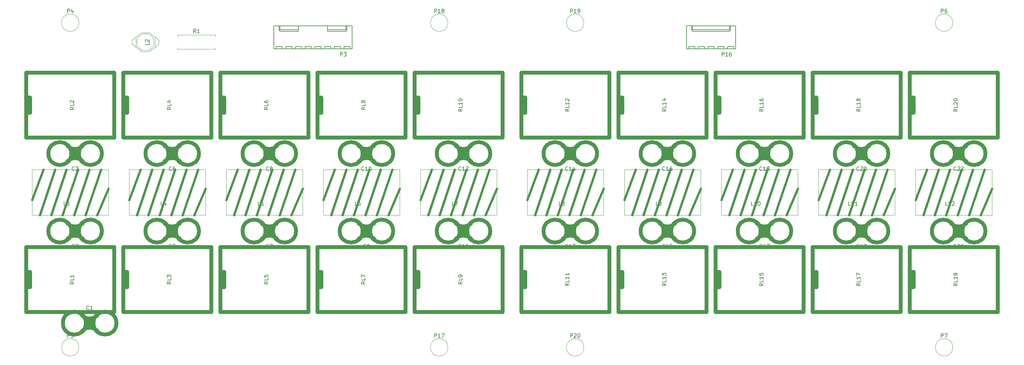
<source format=gbr>
G04 #@! TF.FileFunction,Legend,Top*
%FSLAX46Y46*%
G04 Gerber Fmt 4.6, Leading zero omitted, Abs format (unit mm)*
G04 Created by KiCad (PCBNEW 4.0.5) date 02/01/17 10:47:15*
%MOMM*%
%LPD*%
G01*
G04 APERTURE LIST*
%ADD10C,0.600000*%
%ADD11C,0.120000*%
%ADD12C,1.000000*%
%ADD13C,0.100000*%
%ADD14C,0.150000*%
G04 APERTURE END LIST*
D10*
D11*
X40386000Y-39370000D02*
G75*
G03X40386000Y-39370000I-2286000J0D01*
G01*
X40386000Y-124460000D02*
G75*
G03X40386000Y-124460000I-2286000J0D01*
G01*
X268986000Y-39370000D02*
G75*
G03X268986000Y-39370000I-2286000J0D01*
G01*
X268986000Y-124460000D02*
G75*
G03X268986000Y-124460000I-2286000J0D01*
G01*
D12*
X27600000Y-108680000D02*
X26600000Y-108680000D01*
X27600000Y-104680000D02*
X26600000Y-104680000D01*
X27600000Y-104680000D02*
X27600000Y-108680000D01*
X49600000Y-98180000D02*
X26600000Y-98180000D01*
X26600000Y-98180000D02*
X26600000Y-115180000D01*
X26600000Y-115180000D02*
X49600000Y-115180000D01*
X49600000Y-115180000D02*
X49600000Y-98180000D01*
X27600000Y-62960000D02*
X26600000Y-62960000D01*
X27600000Y-58960000D02*
X26600000Y-58960000D01*
X27600000Y-58960000D02*
X27600000Y-62960000D01*
X49600000Y-52460000D02*
X26600000Y-52460000D01*
X26600000Y-52460000D02*
X26600000Y-69460000D01*
X26600000Y-69460000D02*
X49600000Y-69460000D01*
X49600000Y-69460000D02*
X49600000Y-52460000D01*
X53000000Y-108680000D02*
X52000000Y-108680000D01*
X53000000Y-104680000D02*
X52000000Y-104680000D01*
X53000000Y-104680000D02*
X53000000Y-108680000D01*
X75000000Y-98180000D02*
X52000000Y-98180000D01*
X52000000Y-98180000D02*
X52000000Y-115180000D01*
X52000000Y-115180000D02*
X75000000Y-115180000D01*
X75000000Y-115180000D02*
X75000000Y-98180000D01*
X53000000Y-62960000D02*
X52000000Y-62960000D01*
X53000000Y-58960000D02*
X52000000Y-58960000D01*
X53000000Y-58960000D02*
X53000000Y-62960000D01*
X75000000Y-52460000D02*
X52000000Y-52460000D01*
X52000000Y-52460000D02*
X52000000Y-69460000D01*
X52000000Y-69460000D02*
X75000000Y-69460000D01*
X75000000Y-69460000D02*
X75000000Y-52460000D01*
X78400000Y-108680000D02*
X77400000Y-108680000D01*
X78400000Y-104680000D02*
X77400000Y-104680000D01*
X78400000Y-104680000D02*
X78400000Y-108680000D01*
X100400000Y-98180000D02*
X77400000Y-98180000D01*
X77400000Y-98180000D02*
X77400000Y-115180000D01*
X77400000Y-115180000D02*
X100400000Y-115180000D01*
X100400000Y-115180000D02*
X100400000Y-98180000D01*
X78400000Y-62960000D02*
X77400000Y-62960000D01*
X78400000Y-58960000D02*
X77400000Y-58960000D01*
X78400000Y-58960000D02*
X78400000Y-62960000D01*
X100400000Y-52460000D02*
X77400000Y-52460000D01*
X77400000Y-52460000D02*
X77400000Y-69460000D01*
X77400000Y-69460000D02*
X100400000Y-69460000D01*
X100400000Y-69460000D02*
X100400000Y-52460000D01*
X103800000Y-108680000D02*
X102800000Y-108680000D01*
X103800000Y-104680000D02*
X102800000Y-104680000D01*
X103800000Y-104680000D02*
X103800000Y-108680000D01*
X125800000Y-98180000D02*
X102800000Y-98180000D01*
X102800000Y-98180000D02*
X102800000Y-115180000D01*
X102800000Y-115180000D02*
X125800000Y-115180000D01*
X125800000Y-115180000D02*
X125800000Y-98180000D01*
X103800000Y-62960000D02*
X102800000Y-62960000D01*
X103800000Y-58960000D02*
X102800000Y-58960000D01*
X103800000Y-58960000D02*
X103800000Y-62960000D01*
X125800000Y-52460000D02*
X102800000Y-52460000D01*
X102800000Y-52460000D02*
X102800000Y-69460000D01*
X102800000Y-69460000D02*
X125800000Y-69460000D01*
X125800000Y-69460000D02*
X125800000Y-52460000D01*
X129200000Y-108680000D02*
X128200000Y-108680000D01*
X129200000Y-104680000D02*
X128200000Y-104680000D01*
X129200000Y-104680000D02*
X129200000Y-108680000D01*
X151200000Y-98180000D02*
X128200000Y-98180000D01*
X128200000Y-98180000D02*
X128200000Y-115180000D01*
X128200000Y-115180000D02*
X151200000Y-115180000D01*
X151200000Y-115180000D02*
X151200000Y-98180000D01*
X129200000Y-62960000D02*
X128200000Y-62960000D01*
X129200000Y-58960000D02*
X128200000Y-58960000D01*
X129200000Y-58960000D02*
X129200000Y-62960000D01*
X151200000Y-52460000D02*
X128200000Y-52460000D01*
X128200000Y-52460000D02*
X128200000Y-69460000D01*
X128200000Y-69460000D02*
X151200000Y-69460000D01*
X151200000Y-69460000D02*
X151200000Y-52460000D01*
X157140000Y-108680000D02*
X156140000Y-108680000D01*
X157140000Y-104680000D02*
X156140000Y-104680000D01*
X157140000Y-104680000D02*
X157140000Y-108680000D01*
X179140000Y-98180000D02*
X156140000Y-98180000D01*
X156140000Y-98180000D02*
X156140000Y-115180000D01*
X156140000Y-115180000D02*
X179140000Y-115180000D01*
X179140000Y-115180000D02*
X179140000Y-98180000D01*
X157140000Y-62960000D02*
X156140000Y-62960000D01*
X157140000Y-58960000D02*
X156140000Y-58960000D01*
X157140000Y-58960000D02*
X157140000Y-62960000D01*
X179140000Y-52460000D02*
X156140000Y-52460000D01*
X156140000Y-52460000D02*
X156140000Y-69460000D01*
X156140000Y-69460000D02*
X179140000Y-69460000D01*
X179140000Y-69460000D02*
X179140000Y-52460000D01*
X182540000Y-108680000D02*
X181540000Y-108680000D01*
X182540000Y-104680000D02*
X181540000Y-104680000D01*
X182540000Y-104680000D02*
X182540000Y-108680000D01*
X204540000Y-98180000D02*
X181540000Y-98180000D01*
X181540000Y-98180000D02*
X181540000Y-115180000D01*
X181540000Y-115180000D02*
X204540000Y-115180000D01*
X204540000Y-115180000D02*
X204540000Y-98180000D01*
X182540000Y-62960000D02*
X181540000Y-62960000D01*
X182540000Y-58960000D02*
X181540000Y-58960000D01*
X182540000Y-58960000D02*
X182540000Y-62960000D01*
X204540000Y-52460000D02*
X181540000Y-52460000D01*
X181540000Y-52460000D02*
X181540000Y-69460000D01*
X181540000Y-69460000D02*
X204540000Y-69460000D01*
X204540000Y-69460000D02*
X204540000Y-52460000D01*
X207940000Y-108680000D02*
X206940000Y-108680000D01*
X207940000Y-104680000D02*
X206940000Y-104680000D01*
X207940000Y-104680000D02*
X207940000Y-108680000D01*
X229940000Y-98180000D02*
X206940000Y-98180000D01*
X206940000Y-98180000D02*
X206940000Y-115180000D01*
X206940000Y-115180000D02*
X229940000Y-115180000D01*
X229940000Y-115180000D02*
X229940000Y-98180000D01*
X207940000Y-62960000D02*
X206940000Y-62960000D01*
X207940000Y-58960000D02*
X206940000Y-58960000D01*
X207940000Y-58960000D02*
X207940000Y-62960000D01*
X229940000Y-52460000D02*
X206940000Y-52460000D01*
X206940000Y-52460000D02*
X206940000Y-69460000D01*
X206940000Y-69460000D02*
X229940000Y-69460000D01*
X229940000Y-69460000D02*
X229940000Y-52460000D01*
X233340000Y-108680000D02*
X232340000Y-108680000D01*
X233340000Y-104680000D02*
X232340000Y-104680000D01*
X233340000Y-104680000D02*
X233340000Y-108680000D01*
X255340000Y-98180000D02*
X232340000Y-98180000D01*
X232340000Y-98180000D02*
X232340000Y-115180000D01*
X232340000Y-115180000D02*
X255340000Y-115180000D01*
X255340000Y-115180000D02*
X255340000Y-98180000D01*
X233340000Y-62960000D02*
X232340000Y-62960000D01*
X233340000Y-58960000D02*
X232340000Y-58960000D01*
X233340000Y-58960000D02*
X233340000Y-62960000D01*
X255340000Y-52460000D02*
X232340000Y-52460000D01*
X232340000Y-52460000D02*
X232340000Y-69460000D01*
X232340000Y-69460000D02*
X255340000Y-69460000D01*
X255340000Y-69460000D02*
X255340000Y-52460000D01*
X258740000Y-108680000D02*
X257740000Y-108680000D01*
X258740000Y-104680000D02*
X257740000Y-104680000D01*
X258740000Y-104680000D02*
X258740000Y-108680000D01*
X280740000Y-98180000D02*
X257740000Y-98180000D01*
X257740000Y-98180000D02*
X257740000Y-115180000D01*
X257740000Y-115180000D02*
X280740000Y-115180000D01*
X280740000Y-115180000D02*
X280740000Y-98180000D01*
X258740000Y-62960000D02*
X257740000Y-62960000D01*
X258740000Y-58960000D02*
X257740000Y-58960000D01*
X258740000Y-58960000D02*
X258740000Y-62960000D01*
X280740000Y-52460000D02*
X257740000Y-52460000D01*
X257740000Y-52460000D02*
X257740000Y-69460000D01*
X257740000Y-69460000D02*
X280740000Y-69460000D01*
X280740000Y-69460000D02*
X280740000Y-52460000D01*
D11*
X136906000Y-124460000D02*
G75*
G03X136906000Y-124460000I-2286000J0D01*
G01*
X136906000Y-39370000D02*
G75*
G03X136906000Y-39370000I-2286000J0D01*
G01*
X172466000Y-39370000D02*
G75*
G03X172466000Y-39370000I-2286000J0D01*
G01*
X172466000Y-124460000D02*
G75*
G03X172466000Y-124460000I-2286000J0D01*
G01*
D10*
X45100000Y-89820000D02*
X48100000Y-82820000D01*
X46100000Y-77820000D02*
X42100000Y-89820000D01*
X43100000Y-77820000D02*
X39100000Y-89820000D01*
X31100000Y-77820000D02*
X28100000Y-85820000D01*
X34100000Y-77820000D02*
X30100000Y-89820000D01*
X37100000Y-77820000D02*
X33100000Y-89820000D01*
X40100000Y-77820000D02*
X36100000Y-89820000D01*
D13*
X48100000Y-89820000D02*
X28100000Y-89820000D01*
X28100000Y-89820000D02*
X28100000Y-77820000D01*
X48100000Y-77820000D02*
X48100000Y-89820000D01*
X28100000Y-77820000D02*
X48100000Y-77820000D01*
D10*
X70500000Y-89820000D02*
X73500000Y-82820000D01*
X71500000Y-77820000D02*
X67500000Y-89820000D01*
X68500000Y-77820000D02*
X64500000Y-89820000D01*
X56500000Y-77820000D02*
X53500000Y-85820000D01*
X59500000Y-77820000D02*
X55500000Y-89820000D01*
X62500000Y-77820000D02*
X58500000Y-89820000D01*
X65500000Y-77820000D02*
X61500000Y-89820000D01*
D13*
X73500000Y-89820000D02*
X53500000Y-89820000D01*
X53500000Y-89820000D02*
X53500000Y-77820000D01*
X73500000Y-77820000D02*
X73500000Y-89820000D01*
X53500000Y-77820000D02*
X73500000Y-77820000D01*
D10*
X95900000Y-89820000D02*
X98900000Y-82820000D01*
X96900000Y-77820000D02*
X92900000Y-89820000D01*
X93900000Y-77820000D02*
X89900000Y-89820000D01*
X81900000Y-77820000D02*
X78900000Y-85820000D01*
X84900000Y-77820000D02*
X80900000Y-89820000D01*
X87900000Y-77820000D02*
X83900000Y-89820000D01*
X90900000Y-77820000D02*
X86900000Y-89820000D01*
D13*
X98900000Y-89820000D02*
X78900000Y-89820000D01*
X78900000Y-89820000D02*
X78900000Y-77820000D01*
X98900000Y-77820000D02*
X98900000Y-89820000D01*
X78900000Y-77820000D02*
X98900000Y-77820000D01*
D10*
X121300000Y-89820000D02*
X124300000Y-82820000D01*
X122300000Y-77820000D02*
X118300000Y-89820000D01*
X119300000Y-77820000D02*
X115300000Y-89820000D01*
X107300000Y-77820000D02*
X104300000Y-85820000D01*
X110300000Y-77820000D02*
X106300000Y-89820000D01*
X113300000Y-77820000D02*
X109300000Y-89820000D01*
X116300000Y-77820000D02*
X112300000Y-89820000D01*
D13*
X124300000Y-89820000D02*
X104300000Y-89820000D01*
X104300000Y-89820000D02*
X104300000Y-77820000D01*
X124300000Y-77820000D02*
X124300000Y-89820000D01*
X104300000Y-77820000D02*
X124300000Y-77820000D01*
D10*
X146700000Y-89820000D02*
X149700000Y-82820000D01*
X147700000Y-77820000D02*
X143700000Y-89820000D01*
X144700000Y-77820000D02*
X140700000Y-89820000D01*
X132700000Y-77820000D02*
X129700000Y-85820000D01*
X135700000Y-77820000D02*
X131700000Y-89820000D01*
X138700000Y-77820000D02*
X134700000Y-89820000D01*
X141700000Y-77820000D02*
X137700000Y-89820000D01*
D13*
X149700000Y-89820000D02*
X129700000Y-89820000D01*
X129700000Y-89820000D02*
X129700000Y-77820000D01*
X149700000Y-77820000D02*
X149700000Y-89820000D01*
X129700000Y-77820000D02*
X149700000Y-77820000D01*
D10*
X174640000Y-89820000D02*
X177640000Y-82820000D01*
X175640000Y-77820000D02*
X171640000Y-89820000D01*
X172640000Y-77820000D02*
X168640000Y-89820000D01*
X160640000Y-77820000D02*
X157640000Y-85820000D01*
X163640000Y-77820000D02*
X159640000Y-89820000D01*
X166640000Y-77820000D02*
X162640000Y-89820000D01*
X169640000Y-77820000D02*
X165640000Y-89820000D01*
D13*
X177640000Y-89820000D02*
X157640000Y-89820000D01*
X157640000Y-89820000D02*
X157640000Y-77820000D01*
X177640000Y-77820000D02*
X177640000Y-89820000D01*
X157640000Y-77820000D02*
X177640000Y-77820000D01*
D10*
X200040000Y-89820000D02*
X203040000Y-82820000D01*
X201040000Y-77820000D02*
X197040000Y-89820000D01*
X198040000Y-77820000D02*
X194040000Y-89820000D01*
X186040000Y-77820000D02*
X183040000Y-85820000D01*
X189040000Y-77820000D02*
X185040000Y-89820000D01*
X192040000Y-77820000D02*
X188040000Y-89820000D01*
X195040000Y-77820000D02*
X191040000Y-89820000D01*
D13*
X203040000Y-89820000D02*
X183040000Y-89820000D01*
X183040000Y-89820000D02*
X183040000Y-77820000D01*
X203040000Y-77820000D02*
X203040000Y-89820000D01*
X183040000Y-77820000D02*
X203040000Y-77820000D01*
D10*
X225440000Y-89820000D02*
X228440000Y-82820000D01*
X226440000Y-77820000D02*
X222440000Y-89820000D01*
X223440000Y-77820000D02*
X219440000Y-89820000D01*
X211440000Y-77820000D02*
X208440000Y-85820000D01*
X214440000Y-77820000D02*
X210440000Y-89820000D01*
X217440000Y-77820000D02*
X213440000Y-89820000D01*
X220440000Y-77820000D02*
X216440000Y-89820000D01*
D13*
X228440000Y-89820000D02*
X208440000Y-89820000D01*
X208440000Y-89820000D02*
X208440000Y-77820000D01*
X228440000Y-77820000D02*
X228440000Y-89820000D01*
X208440000Y-77820000D02*
X228440000Y-77820000D01*
D10*
X250840000Y-89820000D02*
X253840000Y-82820000D01*
X251840000Y-77820000D02*
X247840000Y-89820000D01*
X248840000Y-77820000D02*
X244840000Y-89820000D01*
X236840000Y-77820000D02*
X233840000Y-85820000D01*
X239840000Y-77820000D02*
X235840000Y-89820000D01*
X242840000Y-77820000D02*
X238840000Y-89820000D01*
X245840000Y-77820000D02*
X241840000Y-89820000D01*
D13*
X253840000Y-89820000D02*
X233840000Y-89820000D01*
X233840000Y-89820000D02*
X233840000Y-77820000D01*
X253840000Y-77820000D02*
X253840000Y-89820000D01*
X233840000Y-77820000D02*
X253840000Y-77820000D01*
D10*
X276240000Y-89820000D02*
X279240000Y-82820000D01*
X277240000Y-77820000D02*
X273240000Y-89820000D01*
X274240000Y-77820000D02*
X270240000Y-89820000D01*
X262240000Y-77820000D02*
X259240000Y-85820000D01*
X265240000Y-77820000D02*
X261240000Y-89820000D01*
X268240000Y-77820000D02*
X264240000Y-89820000D01*
X271240000Y-77820000D02*
X267240000Y-89820000D01*
D13*
X279240000Y-89820000D02*
X259240000Y-89820000D01*
X259240000Y-89820000D02*
X259240000Y-77820000D01*
X279240000Y-77820000D02*
X279240000Y-89820000D01*
X259240000Y-77820000D02*
X279240000Y-77820000D01*
D14*
X111860000Y-46200000D02*
X111860000Y-40200000D01*
X111860000Y-40200000D02*
X91340000Y-40200000D01*
X91340000Y-40200000D02*
X91340000Y-46200000D01*
X91340000Y-46200000D02*
X111860000Y-46200000D01*
X110490000Y-40200000D02*
X110490000Y-41200000D01*
X110490000Y-41200000D02*
X105410000Y-41200000D01*
X105410000Y-41200000D02*
X105410000Y-40200000D01*
X110490000Y-41200000D02*
X110240000Y-41630000D01*
X110240000Y-41630000D02*
X105410000Y-41630000D01*
X105410000Y-41630000D02*
X105410000Y-41200000D01*
X110240000Y-40200000D02*
X110240000Y-41200000D01*
X92710000Y-40200000D02*
X92710000Y-41200000D01*
X92710000Y-41200000D02*
X97790000Y-41200000D01*
X97790000Y-41200000D02*
X97790000Y-40200000D01*
X92710000Y-41200000D02*
X92960000Y-41630000D01*
X92960000Y-41630000D02*
X97790000Y-41630000D01*
X97790000Y-41630000D02*
X97790000Y-41200000D01*
X92960000Y-40200000D02*
X92960000Y-41200000D01*
X111290000Y-46200000D02*
X111290000Y-45580000D01*
X111290000Y-45580000D02*
X109690000Y-45580000D01*
X109690000Y-45580000D02*
X109690000Y-46200000D01*
X108750000Y-46200000D02*
X108750000Y-45580000D01*
X108750000Y-45580000D02*
X107150000Y-45580000D01*
X107150000Y-45580000D02*
X107150000Y-46200000D01*
X106210000Y-46200000D02*
X106210000Y-45580000D01*
X106210000Y-45580000D02*
X104610000Y-45580000D01*
X104610000Y-45580000D02*
X104610000Y-46200000D01*
X103670000Y-46200000D02*
X103670000Y-45580000D01*
X103670000Y-45580000D02*
X102070000Y-45580000D01*
X102070000Y-45580000D02*
X102070000Y-46200000D01*
X101130000Y-46200000D02*
X101130000Y-45580000D01*
X101130000Y-45580000D02*
X99530000Y-45580000D01*
X99530000Y-45580000D02*
X99530000Y-46200000D01*
X98590000Y-46200000D02*
X98590000Y-45580000D01*
X98590000Y-45580000D02*
X96990000Y-45580000D01*
X96990000Y-45580000D02*
X96990000Y-46200000D01*
X96050000Y-46200000D02*
X96050000Y-45580000D01*
X96050000Y-45580000D02*
X94450000Y-45580000D01*
X94450000Y-45580000D02*
X94450000Y-46200000D01*
X93510000Y-46200000D02*
X93510000Y-45580000D01*
X93510000Y-45580000D02*
X91910000Y-45580000D01*
X91910000Y-45580000D02*
X91910000Y-46200000D01*
X212190000Y-46200000D02*
X212190000Y-40200000D01*
X212190000Y-40200000D02*
X199290000Y-40200000D01*
X199290000Y-40200000D02*
X199290000Y-46200000D01*
X199290000Y-46200000D02*
X212190000Y-46200000D01*
X210820000Y-40200000D02*
X210820000Y-41200000D01*
X210820000Y-41200000D02*
X200660000Y-41200000D01*
X200660000Y-41200000D02*
X200660000Y-40200000D01*
X210820000Y-41200000D02*
X210570000Y-41630000D01*
X210570000Y-41630000D02*
X200910000Y-41630000D01*
X200910000Y-41630000D02*
X200660000Y-41200000D01*
X210570000Y-40200000D02*
X210570000Y-41200000D01*
X200910000Y-40200000D02*
X200910000Y-41200000D01*
X211620000Y-46200000D02*
X211620000Y-45580000D01*
X211620000Y-45580000D02*
X210020000Y-45580000D01*
X210020000Y-45580000D02*
X210020000Y-46200000D01*
X209080000Y-46200000D02*
X209080000Y-45580000D01*
X209080000Y-45580000D02*
X207480000Y-45580000D01*
X207480000Y-45580000D02*
X207480000Y-46200000D01*
X206540000Y-46200000D02*
X206540000Y-45580000D01*
X206540000Y-45580000D02*
X204940000Y-45580000D01*
X204940000Y-45580000D02*
X204940000Y-46200000D01*
X204000000Y-46200000D02*
X204000000Y-45580000D01*
X204000000Y-45580000D02*
X202400000Y-45580000D01*
X202400000Y-45580000D02*
X202400000Y-46200000D01*
X201460000Y-46200000D02*
X201460000Y-45580000D01*
X201460000Y-45580000D02*
X199860000Y-45580000D01*
X199860000Y-45580000D02*
X199860000Y-46200000D01*
D13*
X55285000Y-45950000D02*
X55285000Y-42950000D01*
X60285000Y-45950000D02*
X60285000Y-43450000D01*
X60285000Y-43450000D02*
X60285000Y-42950000D01*
X58785000Y-41950000D02*
X61285000Y-43950000D01*
X61285000Y-43950000D02*
X61285000Y-44950000D01*
X61285000Y-44950000D02*
X58785000Y-46950000D01*
X58785000Y-46950000D02*
X56785000Y-46950000D01*
X56785000Y-46950000D02*
X54285000Y-44950000D01*
X54285000Y-44950000D02*
X54285000Y-43950000D01*
X54285000Y-43950000D02*
X56785000Y-41950000D01*
X56785000Y-41950000D02*
X58785000Y-41950000D01*
X60021068Y-44450000D02*
G75*
G03X60021068Y-44450000I-2236068J0D01*
G01*
D12*
X44180000Y-117110000D02*
X42180000Y-117110000D01*
X44180000Y-119110000D02*
X42180000Y-119110000D01*
X44180000Y-118110000D02*
X42180000Y-118110000D01*
X43180000Y-119110000D02*
X43180000Y-117110000D01*
X50180000Y-118110000D02*
G75*
G03X50180000Y-118110000I-3000000J0D01*
G01*
X42180000Y-118110000D02*
G75*
G03X42180000Y-118110000I-3000000J0D01*
G01*
X41180000Y-116110000D02*
G75*
G03X45180000Y-116110000I2000000J2000000D01*
G01*
X45180000Y-120110000D02*
G75*
G03X41180000Y-120110000I-2000000J-2000000D01*
G01*
X38370000Y-94980000D02*
X40370000Y-94980000D01*
X38370000Y-92980000D02*
X40370000Y-92980000D01*
X38370000Y-93980000D02*
X40370000Y-93980000D01*
X39370000Y-92980000D02*
X39370000Y-94980000D01*
X38370000Y-93980000D02*
G75*
G03X38370000Y-93980000I-3000000J0D01*
G01*
X46370000Y-93980000D02*
G75*
G03X46370000Y-93980000I-3000000J0D01*
G01*
X41370000Y-95980000D02*
G75*
G03X37370000Y-95980000I-2000000J-2000000D01*
G01*
X37370000Y-91980000D02*
G75*
G03X41370000Y-91980000I2000000J2000000D01*
G01*
X38370000Y-74660000D02*
X40370000Y-74660000D01*
X38370000Y-72660000D02*
X40370000Y-72660000D01*
X38370000Y-73660000D02*
X40370000Y-73660000D01*
X39370000Y-72660000D02*
X39370000Y-74660000D01*
X38370000Y-73660000D02*
G75*
G03X38370000Y-73660000I-3000000J0D01*
G01*
X46370000Y-73660000D02*
G75*
G03X46370000Y-73660000I-3000000J0D01*
G01*
X41370000Y-75660000D02*
G75*
G03X37370000Y-75660000I-2000000J-2000000D01*
G01*
X37370000Y-71660000D02*
G75*
G03X41370000Y-71660000I2000000J2000000D01*
G01*
X63770000Y-94980000D02*
X65770000Y-94980000D01*
X63770000Y-92980000D02*
X65770000Y-92980000D01*
X63770000Y-93980000D02*
X65770000Y-93980000D01*
X64770000Y-92980000D02*
X64770000Y-94980000D01*
X63770000Y-93980000D02*
G75*
G03X63770000Y-93980000I-3000000J0D01*
G01*
X71770000Y-93980000D02*
G75*
G03X71770000Y-93980000I-3000000J0D01*
G01*
X66770000Y-95980000D02*
G75*
G03X62770000Y-95980000I-2000000J-2000000D01*
G01*
X62770000Y-91980000D02*
G75*
G03X66770000Y-91980000I2000000J2000000D01*
G01*
X63770000Y-74660000D02*
X65770000Y-74660000D01*
X63770000Y-72660000D02*
X65770000Y-72660000D01*
X63770000Y-73660000D02*
X65770000Y-73660000D01*
X64770000Y-72660000D02*
X64770000Y-74660000D01*
X63770000Y-73660000D02*
G75*
G03X63770000Y-73660000I-3000000J0D01*
G01*
X71770000Y-73660000D02*
G75*
G03X71770000Y-73660000I-3000000J0D01*
G01*
X66770000Y-75660000D02*
G75*
G03X62770000Y-75660000I-2000000J-2000000D01*
G01*
X62770000Y-71660000D02*
G75*
G03X66770000Y-71660000I2000000J2000000D01*
G01*
X89170000Y-94980000D02*
X91170000Y-94980000D01*
X89170000Y-92980000D02*
X91170000Y-92980000D01*
X89170000Y-93980000D02*
X91170000Y-93980000D01*
X90170000Y-92980000D02*
X90170000Y-94980000D01*
X89170000Y-93980000D02*
G75*
G03X89170000Y-93980000I-3000000J0D01*
G01*
X97170000Y-93980000D02*
G75*
G03X97170000Y-93980000I-3000000J0D01*
G01*
X92170000Y-95980000D02*
G75*
G03X88170000Y-95980000I-2000000J-2000000D01*
G01*
X88170000Y-91980000D02*
G75*
G03X92170000Y-91980000I2000000J2000000D01*
G01*
X89170000Y-74660000D02*
X91170000Y-74660000D01*
X89170000Y-72660000D02*
X91170000Y-72660000D01*
X89170000Y-73660000D02*
X91170000Y-73660000D01*
X90170000Y-72660000D02*
X90170000Y-74660000D01*
X89170000Y-73660000D02*
G75*
G03X89170000Y-73660000I-3000000J0D01*
G01*
X97170000Y-73660000D02*
G75*
G03X97170000Y-73660000I-3000000J0D01*
G01*
X92170000Y-75660000D02*
G75*
G03X88170000Y-75660000I-2000000J-2000000D01*
G01*
X88170000Y-71660000D02*
G75*
G03X92170000Y-71660000I2000000J2000000D01*
G01*
X114570000Y-94980000D02*
X116570000Y-94980000D01*
X114570000Y-92980000D02*
X116570000Y-92980000D01*
X114570000Y-93980000D02*
X116570000Y-93980000D01*
X115570000Y-92980000D02*
X115570000Y-94980000D01*
X114570000Y-93980000D02*
G75*
G03X114570000Y-93980000I-3000000J0D01*
G01*
X122570000Y-93980000D02*
G75*
G03X122570000Y-93980000I-3000000J0D01*
G01*
X117570000Y-95980000D02*
G75*
G03X113570000Y-95980000I-2000000J-2000000D01*
G01*
X113570000Y-91980000D02*
G75*
G03X117570000Y-91980000I2000000J2000000D01*
G01*
X114570000Y-74660000D02*
X116570000Y-74660000D01*
X114570000Y-72660000D02*
X116570000Y-72660000D01*
X114570000Y-73660000D02*
X116570000Y-73660000D01*
X115570000Y-72660000D02*
X115570000Y-74660000D01*
X114570000Y-73660000D02*
G75*
G03X114570000Y-73660000I-3000000J0D01*
G01*
X122570000Y-73660000D02*
G75*
G03X122570000Y-73660000I-3000000J0D01*
G01*
X117570000Y-75660000D02*
G75*
G03X113570000Y-75660000I-2000000J-2000000D01*
G01*
X113570000Y-71660000D02*
G75*
G03X117570000Y-71660000I2000000J2000000D01*
G01*
X139970000Y-94980000D02*
X141970000Y-94980000D01*
X139970000Y-92980000D02*
X141970000Y-92980000D01*
X139970000Y-93980000D02*
X141970000Y-93980000D01*
X140970000Y-92980000D02*
X140970000Y-94980000D01*
X139970000Y-93980000D02*
G75*
G03X139970000Y-93980000I-3000000J0D01*
G01*
X147970000Y-93980000D02*
G75*
G03X147970000Y-93980000I-3000000J0D01*
G01*
X142970000Y-95980000D02*
G75*
G03X138970000Y-95980000I-2000000J-2000000D01*
G01*
X138970000Y-91980000D02*
G75*
G03X142970000Y-91980000I2000000J2000000D01*
G01*
X139970000Y-74660000D02*
X141970000Y-74660000D01*
X139970000Y-72660000D02*
X141970000Y-72660000D01*
X139970000Y-73660000D02*
X141970000Y-73660000D01*
X140970000Y-72660000D02*
X140970000Y-74660000D01*
X139970000Y-73660000D02*
G75*
G03X139970000Y-73660000I-3000000J0D01*
G01*
X147970000Y-73660000D02*
G75*
G03X147970000Y-73660000I-3000000J0D01*
G01*
X142970000Y-75660000D02*
G75*
G03X138970000Y-75660000I-2000000J-2000000D01*
G01*
X138970000Y-71660000D02*
G75*
G03X142970000Y-71660000I2000000J2000000D01*
G01*
X167910000Y-94980000D02*
X169910000Y-94980000D01*
X167910000Y-92980000D02*
X169910000Y-92980000D01*
X167910000Y-93980000D02*
X169910000Y-93980000D01*
X168910000Y-92980000D02*
X168910000Y-94980000D01*
X167910000Y-93980000D02*
G75*
G03X167910000Y-93980000I-3000000J0D01*
G01*
X175910000Y-93980000D02*
G75*
G03X175910000Y-93980000I-3000000J0D01*
G01*
X170910000Y-95980000D02*
G75*
G03X166910000Y-95980000I-2000000J-2000000D01*
G01*
X166910000Y-91980000D02*
G75*
G03X170910000Y-91980000I2000000J2000000D01*
G01*
X167910000Y-74660000D02*
X169910000Y-74660000D01*
X167910000Y-72660000D02*
X169910000Y-72660000D01*
X167910000Y-73660000D02*
X169910000Y-73660000D01*
X168910000Y-72660000D02*
X168910000Y-74660000D01*
X167910000Y-73660000D02*
G75*
G03X167910000Y-73660000I-3000000J0D01*
G01*
X175910000Y-73660000D02*
G75*
G03X175910000Y-73660000I-3000000J0D01*
G01*
X170910000Y-75660000D02*
G75*
G03X166910000Y-75660000I-2000000J-2000000D01*
G01*
X166910000Y-71660000D02*
G75*
G03X170910000Y-71660000I2000000J2000000D01*
G01*
X193310000Y-94980000D02*
X195310000Y-94980000D01*
X193310000Y-92980000D02*
X195310000Y-92980000D01*
X193310000Y-93980000D02*
X195310000Y-93980000D01*
X194310000Y-92980000D02*
X194310000Y-94980000D01*
X193310000Y-93980000D02*
G75*
G03X193310000Y-93980000I-3000000J0D01*
G01*
X201310000Y-93980000D02*
G75*
G03X201310000Y-93980000I-3000000J0D01*
G01*
X196310000Y-95980000D02*
G75*
G03X192310000Y-95980000I-2000000J-2000000D01*
G01*
X192310000Y-91980000D02*
G75*
G03X196310000Y-91980000I2000000J2000000D01*
G01*
X193310000Y-74660000D02*
X195310000Y-74660000D01*
X193310000Y-72660000D02*
X195310000Y-72660000D01*
X193310000Y-73660000D02*
X195310000Y-73660000D01*
X194310000Y-72660000D02*
X194310000Y-74660000D01*
X193310000Y-73660000D02*
G75*
G03X193310000Y-73660000I-3000000J0D01*
G01*
X201310000Y-73660000D02*
G75*
G03X201310000Y-73660000I-3000000J0D01*
G01*
X196310000Y-75660000D02*
G75*
G03X192310000Y-75660000I-2000000J-2000000D01*
G01*
X192310000Y-71660000D02*
G75*
G03X196310000Y-71660000I2000000J2000000D01*
G01*
X218710000Y-94980000D02*
X220710000Y-94980000D01*
X218710000Y-92980000D02*
X220710000Y-92980000D01*
X218710000Y-93980000D02*
X220710000Y-93980000D01*
X219710000Y-92980000D02*
X219710000Y-94980000D01*
X218710000Y-93980000D02*
G75*
G03X218710000Y-93980000I-3000000J0D01*
G01*
X226710000Y-93980000D02*
G75*
G03X226710000Y-93980000I-3000000J0D01*
G01*
X221710000Y-95980000D02*
G75*
G03X217710000Y-95980000I-2000000J-2000000D01*
G01*
X217710000Y-91980000D02*
G75*
G03X221710000Y-91980000I2000000J2000000D01*
G01*
X218710000Y-74660000D02*
X220710000Y-74660000D01*
X218710000Y-72660000D02*
X220710000Y-72660000D01*
X218710000Y-73660000D02*
X220710000Y-73660000D01*
X219710000Y-72660000D02*
X219710000Y-74660000D01*
X218710000Y-73660000D02*
G75*
G03X218710000Y-73660000I-3000000J0D01*
G01*
X226710000Y-73660000D02*
G75*
G03X226710000Y-73660000I-3000000J0D01*
G01*
X221710000Y-75660000D02*
G75*
G03X217710000Y-75660000I-2000000J-2000000D01*
G01*
X217710000Y-71660000D02*
G75*
G03X221710000Y-71660000I2000000J2000000D01*
G01*
X244110000Y-94980000D02*
X246110000Y-94980000D01*
X244110000Y-92980000D02*
X246110000Y-92980000D01*
X244110000Y-93980000D02*
X246110000Y-93980000D01*
X245110000Y-92980000D02*
X245110000Y-94980000D01*
X244110000Y-93980000D02*
G75*
G03X244110000Y-93980000I-3000000J0D01*
G01*
X252110000Y-93980000D02*
G75*
G03X252110000Y-93980000I-3000000J0D01*
G01*
X247110000Y-95980000D02*
G75*
G03X243110000Y-95980000I-2000000J-2000000D01*
G01*
X243110000Y-91980000D02*
G75*
G03X247110000Y-91980000I2000000J2000000D01*
G01*
X244110000Y-74660000D02*
X246110000Y-74660000D01*
X244110000Y-72660000D02*
X246110000Y-72660000D01*
X244110000Y-73660000D02*
X246110000Y-73660000D01*
X245110000Y-72660000D02*
X245110000Y-74660000D01*
X244110000Y-73660000D02*
G75*
G03X244110000Y-73660000I-3000000J0D01*
G01*
X252110000Y-73660000D02*
G75*
G03X252110000Y-73660000I-3000000J0D01*
G01*
X247110000Y-75660000D02*
G75*
G03X243110000Y-75660000I-2000000J-2000000D01*
G01*
X243110000Y-71660000D02*
G75*
G03X247110000Y-71660000I2000000J2000000D01*
G01*
X269510000Y-94980000D02*
X271510000Y-94980000D01*
X269510000Y-92980000D02*
X271510000Y-92980000D01*
X269510000Y-93980000D02*
X271510000Y-93980000D01*
X270510000Y-92980000D02*
X270510000Y-94980000D01*
X269510000Y-93980000D02*
G75*
G03X269510000Y-93980000I-3000000J0D01*
G01*
X277510000Y-93980000D02*
G75*
G03X277510000Y-93980000I-3000000J0D01*
G01*
X272510000Y-95980000D02*
G75*
G03X268510000Y-95980000I-2000000J-2000000D01*
G01*
X268510000Y-91980000D02*
G75*
G03X272510000Y-91980000I2000000J2000000D01*
G01*
X269510000Y-74660000D02*
X271510000Y-74660000D01*
X269510000Y-72660000D02*
X271510000Y-72660000D01*
X269510000Y-73660000D02*
X271510000Y-73660000D01*
X270510000Y-72660000D02*
X270510000Y-74660000D01*
X269510000Y-73660000D02*
G75*
G03X269510000Y-73660000I-3000000J0D01*
G01*
X277510000Y-73660000D02*
G75*
G03X277510000Y-73660000I-3000000J0D01*
G01*
X272510000Y-75660000D02*
G75*
G03X268510000Y-75660000I-2000000J-2000000D01*
G01*
X268510000Y-71660000D02*
G75*
G03X272510000Y-71660000I2000000J2000000D01*
G01*
D11*
X66110000Y-43070000D02*
X66110000Y-42590000D01*
X66110000Y-42590000D02*
X76130000Y-42590000D01*
X76130000Y-42590000D02*
X76130000Y-43070000D01*
X66110000Y-45830000D02*
X66110000Y-46310000D01*
X66110000Y-46310000D02*
X76130000Y-46310000D01*
X76130000Y-46310000D02*
X76130000Y-45830000D01*
D14*
X37361905Y-36774381D02*
X37361905Y-35774381D01*
X37742858Y-35774381D01*
X37838096Y-35822000D01*
X37885715Y-35869619D01*
X37933334Y-35964857D01*
X37933334Y-36107714D01*
X37885715Y-36202952D01*
X37838096Y-36250571D01*
X37742858Y-36298190D01*
X37361905Y-36298190D01*
X38790477Y-36107714D02*
X38790477Y-36774381D01*
X38552381Y-35726762D02*
X38314286Y-36441048D01*
X38933334Y-36441048D01*
X37361905Y-121864381D02*
X37361905Y-120864381D01*
X37742858Y-120864381D01*
X37838096Y-120912000D01*
X37885715Y-120959619D01*
X37933334Y-121054857D01*
X37933334Y-121197714D01*
X37885715Y-121292952D01*
X37838096Y-121340571D01*
X37742858Y-121388190D01*
X37361905Y-121388190D01*
X38838096Y-120864381D02*
X38361905Y-120864381D01*
X38314286Y-121340571D01*
X38361905Y-121292952D01*
X38457143Y-121245333D01*
X38695239Y-121245333D01*
X38790477Y-121292952D01*
X38838096Y-121340571D01*
X38885715Y-121435810D01*
X38885715Y-121673905D01*
X38838096Y-121769143D01*
X38790477Y-121816762D01*
X38695239Y-121864381D01*
X38457143Y-121864381D01*
X38361905Y-121816762D01*
X38314286Y-121769143D01*
X265961905Y-36774381D02*
X265961905Y-35774381D01*
X266342858Y-35774381D01*
X266438096Y-35822000D01*
X266485715Y-35869619D01*
X266533334Y-35964857D01*
X266533334Y-36107714D01*
X266485715Y-36202952D01*
X266438096Y-36250571D01*
X266342858Y-36298190D01*
X265961905Y-36298190D01*
X267390477Y-35774381D02*
X267200000Y-35774381D01*
X267104762Y-35822000D01*
X267057143Y-35869619D01*
X266961905Y-36012476D01*
X266914286Y-36202952D01*
X266914286Y-36583905D01*
X266961905Y-36679143D01*
X267009524Y-36726762D01*
X267104762Y-36774381D01*
X267295239Y-36774381D01*
X267390477Y-36726762D01*
X267438096Y-36679143D01*
X267485715Y-36583905D01*
X267485715Y-36345810D01*
X267438096Y-36250571D01*
X267390477Y-36202952D01*
X267295239Y-36155333D01*
X267104762Y-36155333D01*
X267009524Y-36202952D01*
X266961905Y-36250571D01*
X266914286Y-36345810D01*
X265961905Y-121864381D02*
X265961905Y-120864381D01*
X266342858Y-120864381D01*
X266438096Y-120912000D01*
X266485715Y-120959619D01*
X266533334Y-121054857D01*
X266533334Y-121197714D01*
X266485715Y-121292952D01*
X266438096Y-121340571D01*
X266342858Y-121388190D01*
X265961905Y-121388190D01*
X266866667Y-120864381D02*
X267533334Y-120864381D01*
X267104762Y-121864381D01*
X39052381Y-107251428D02*
X38576190Y-107584762D01*
X39052381Y-107822857D02*
X38052381Y-107822857D01*
X38052381Y-107441904D01*
X38100000Y-107346666D01*
X38147619Y-107299047D01*
X38242857Y-107251428D01*
X38385714Y-107251428D01*
X38480952Y-107299047D01*
X38528571Y-107346666D01*
X38576190Y-107441904D01*
X38576190Y-107822857D01*
X39052381Y-106346666D02*
X39052381Y-106822857D01*
X38052381Y-106822857D01*
X39052381Y-105489523D02*
X39052381Y-106060952D01*
X39052381Y-105775238D02*
X38052381Y-105775238D01*
X38195238Y-105870476D01*
X38290476Y-105965714D01*
X38338095Y-106060952D01*
X39052381Y-61531428D02*
X38576190Y-61864762D01*
X39052381Y-62102857D02*
X38052381Y-62102857D01*
X38052381Y-61721904D01*
X38100000Y-61626666D01*
X38147619Y-61579047D01*
X38242857Y-61531428D01*
X38385714Y-61531428D01*
X38480952Y-61579047D01*
X38528571Y-61626666D01*
X38576190Y-61721904D01*
X38576190Y-62102857D01*
X39052381Y-60626666D02*
X39052381Y-61102857D01*
X38052381Y-61102857D01*
X38147619Y-60340952D02*
X38100000Y-60293333D01*
X38052381Y-60198095D01*
X38052381Y-59959999D01*
X38100000Y-59864761D01*
X38147619Y-59817142D01*
X38242857Y-59769523D01*
X38338095Y-59769523D01*
X38480952Y-59817142D01*
X39052381Y-60388571D01*
X39052381Y-59769523D01*
X64452381Y-107251428D02*
X63976190Y-107584762D01*
X64452381Y-107822857D02*
X63452381Y-107822857D01*
X63452381Y-107441904D01*
X63500000Y-107346666D01*
X63547619Y-107299047D01*
X63642857Y-107251428D01*
X63785714Y-107251428D01*
X63880952Y-107299047D01*
X63928571Y-107346666D01*
X63976190Y-107441904D01*
X63976190Y-107822857D01*
X64452381Y-106346666D02*
X64452381Y-106822857D01*
X63452381Y-106822857D01*
X63452381Y-106108571D02*
X63452381Y-105489523D01*
X63833333Y-105822857D01*
X63833333Y-105679999D01*
X63880952Y-105584761D01*
X63928571Y-105537142D01*
X64023810Y-105489523D01*
X64261905Y-105489523D01*
X64357143Y-105537142D01*
X64404762Y-105584761D01*
X64452381Y-105679999D01*
X64452381Y-105965714D01*
X64404762Y-106060952D01*
X64357143Y-106108571D01*
X64452381Y-61531428D02*
X63976190Y-61864762D01*
X64452381Y-62102857D02*
X63452381Y-62102857D01*
X63452381Y-61721904D01*
X63500000Y-61626666D01*
X63547619Y-61579047D01*
X63642857Y-61531428D01*
X63785714Y-61531428D01*
X63880952Y-61579047D01*
X63928571Y-61626666D01*
X63976190Y-61721904D01*
X63976190Y-62102857D01*
X64452381Y-60626666D02*
X64452381Y-61102857D01*
X63452381Y-61102857D01*
X63785714Y-59864761D02*
X64452381Y-59864761D01*
X63404762Y-60102857D02*
X64119048Y-60340952D01*
X64119048Y-59721904D01*
X89852381Y-107251428D02*
X89376190Y-107584762D01*
X89852381Y-107822857D02*
X88852381Y-107822857D01*
X88852381Y-107441904D01*
X88900000Y-107346666D01*
X88947619Y-107299047D01*
X89042857Y-107251428D01*
X89185714Y-107251428D01*
X89280952Y-107299047D01*
X89328571Y-107346666D01*
X89376190Y-107441904D01*
X89376190Y-107822857D01*
X89852381Y-106346666D02*
X89852381Y-106822857D01*
X88852381Y-106822857D01*
X88852381Y-105537142D02*
X88852381Y-106013333D01*
X89328571Y-106060952D01*
X89280952Y-106013333D01*
X89233333Y-105918095D01*
X89233333Y-105679999D01*
X89280952Y-105584761D01*
X89328571Y-105537142D01*
X89423810Y-105489523D01*
X89661905Y-105489523D01*
X89757143Y-105537142D01*
X89804762Y-105584761D01*
X89852381Y-105679999D01*
X89852381Y-105918095D01*
X89804762Y-106013333D01*
X89757143Y-106060952D01*
X89852381Y-61531428D02*
X89376190Y-61864762D01*
X89852381Y-62102857D02*
X88852381Y-62102857D01*
X88852381Y-61721904D01*
X88900000Y-61626666D01*
X88947619Y-61579047D01*
X89042857Y-61531428D01*
X89185714Y-61531428D01*
X89280952Y-61579047D01*
X89328571Y-61626666D01*
X89376190Y-61721904D01*
X89376190Y-62102857D01*
X89852381Y-60626666D02*
X89852381Y-61102857D01*
X88852381Y-61102857D01*
X88852381Y-59864761D02*
X88852381Y-60055238D01*
X88900000Y-60150476D01*
X88947619Y-60198095D01*
X89090476Y-60293333D01*
X89280952Y-60340952D01*
X89661905Y-60340952D01*
X89757143Y-60293333D01*
X89804762Y-60245714D01*
X89852381Y-60150476D01*
X89852381Y-59959999D01*
X89804762Y-59864761D01*
X89757143Y-59817142D01*
X89661905Y-59769523D01*
X89423810Y-59769523D01*
X89328571Y-59817142D01*
X89280952Y-59864761D01*
X89233333Y-59959999D01*
X89233333Y-60150476D01*
X89280952Y-60245714D01*
X89328571Y-60293333D01*
X89423810Y-60340952D01*
X115252381Y-107251428D02*
X114776190Y-107584762D01*
X115252381Y-107822857D02*
X114252381Y-107822857D01*
X114252381Y-107441904D01*
X114300000Y-107346666D01*
X114347619Y-107299047D01*
X114442857Y-107251428D01*
X114585714Y-107251428D01*
X114680952Y-107299047D01*
X114728571Y-107346666D01*
X114776190Y-107441904D01*
X114776190Y-107822857D01*
X115252381Y-106346666D02*
X115252381Y-106822857D01*
X114252381Y-106822857D01*
X114252381Y-106108571D02*
X114252381Y-105441904D01*
X115252381Y-105870476D01*
X115252381Y-61531428D02*
X114776190Y-61864762D01*
X115252381Y-62102857D02*
X114252381Y-62102857D01*
X114252381Y-61721904D01*
X114300000Y-61626666D01*
X114347619Y-61579047D01*
X114442857Y-61531428D01*
X114585714Y-61531428D01*
X114680952Y-61579047D01*
X114728571Y-61626666D01*
X114776190Y-61721904D01*
X114776190Y-62102857D01*
X115252381Y-60626666D02*
X115252381Y-61102857D01*
X114252381Y-61102857D01*
X114680952Y-60150476D02*
X114633333Y-60245714D01*
X114585714Y-60293333D01*
X114490476Y-60340952D01*
X114442857Y-60340952D01*
X114347619Y-60293333D01*
X114300000Y-60245714D01*
X114252381Y-60150476D01*
X114252381Y-59959999D01*
X114300000Y-59864761D01*
X114347619Y-59817142D01*
X114442857Y-59769523D01*
X114490476Y-59769523D01*
X114585714Y-59817142D01*
X114633333Y-59864761D01*
X114680952Y-59959999D01*
X114680952Y-60150476D01*
X114728571Y-60245714D01*
X114776190Y-60293333D01*
X114871429Y-60340952D01*
X115061905Y-60340952D01*
X115157143Y-60293333D01*
X115204762Y-60245714D01*
X115252381Y-60150476D01*
X115252381Y-59959999D01*
X115204762Y-59864761D01*
X115157143Y-59817142D01*
X115061905Y-59769523D01*
X114871429Y-59769523D01*
X114776190Y-59817142D01*
X114728571Y-59864761D01*
X114680952Y-59959999D01*
X140652381Y-107251428D02*
X140176190Y-107584762D01*
X140652381Y-107822857D02*
X139652381Y-107822857D01*
X139652381Y-107441904D01*
X139700000Y-107346666D01*
X139747619Y-107299047D01*
X139842857Y-107251428D01*
X139985714Y-107251428D01*
X140080952Y-107299047D01*
X140128571Y-107346666D01*
X140176190Y-107441904D01*
X140176190Y-107822857D01*
X140652381Y-106346666D02*
X140652381Y-106822857D01*
X139652381Y-106822857D01*
X140652381Y-105965714D02*
X140652381Y-105775238D01*
X140604762Y-105679999D01*
X140557143Y-105632380D01*
X140414286Y-105537142D01*
X140223810Y-105489523D01*
X139842857Y-105489523D01*
X139747619Y-105537142D01*
X139700000Y-105584761D01*
X139652381Y-105679999D01*
X139652381Y-105870476D01*
X139700000Y-105965714D01*
X139747619Y-106013333D01*
X139842857Y-106060952D01*
X140080952Y-106060952D01*
X140176190Y-106013333D01*
X140223810Y-105965714D01*
X140271429Y-105870476D01*
X140271429Y-105679999D01*
X140223810Y-105584761D01*
X140176190Y-105537142D01*
X140080952Y-105489523D01*
X140652381Y-62007619D02*
X140176190Y-62340953D01*
X140652381Y-62579048D02*
X139652381Y-62579048D01*
X139652381Y-62198095D01*
X139700000Y-62102857D01*
X139747619Y-62055238D01*
X139842857Y-62007619D01*
X139985714Y-62007619D01*
X140080952Y-62055238D01*
X140128571Y-62102857D01*
X140176190Y-62198095D01*
X140176190Y-62579048D01*
X140652381Y-61102857D02*
X140652381Y-61579048D01*
X139652381Y-61579048D01*
X140652381Y-60245714D02*
X140652381Y-60817143D01*
X140652381Y-60531429D02*
X139652381Y-60531429D01*
X139795238Y-60626667D01*
X139890476Y-60721905D01*
X139938095Y-60817143D01*
X139652381Y-59626667D02*
X139652381Y-59531428D01*
X139700000Y-59436190D01*
X139747619Y-59388571D01*
X139842857Y-59340952D01*
X140033333Y-59293333D01*
X140271429Y-59293333D01*
X140461905Y-59340952D01*
X140557143Y-59388571D01*
X140604762Y-59436190D01*
X140652381Y-59531428D01*
X140652381Y-59626667D01*
X140604762Y-59721905D01*
X140557143Y-59769524D01*
X140461905Y-59817143D01*
X140271429Y-59864762D01*
X140033333Y-59864762D01*
X139842857Y-59817143D01*
X139747619Y-59769524D01*
X139700000Y-59721905D01*
X139652381Y-59626667D01*
X168592381Y-107727619D02*
X168116190Y-108060953D01*
X168592381Y-108299048D02*
X167592381Y-108299048D01*
X167592381Y-107918095D01*
X167640000Y-107822857D01*
X167687619Y-107775238D01*
X167782857Y-107727619D01*
X167925714Y-107727619D01*
X168020952Y-107775238D01*
X168068571Y-107822857D01*
X168116190Y-107918095D01*
X168116190Y-108299048D01*
X168592381Y-106822857D02*
X168592381Y-107299048D01*
X167592381Y-107299048D01*
X168592381Y-105965714D02*
X168592381Y-106537143D01*
X168592381Y-106251429D02*
X167592381Y-106251429D01*
X167735238Y-106346667D01*
X167830476Y-106441905D01*
X167878095Y-106537143D01*
X168592381Y-105013333D02*
X168592381Y-105584762D01*
X168592381Y-105299048D02*
X167592381Y-105299048D01*
X167735238Y-105394286D01*
X167830476Y-105489524D01*
X167878095Y-105584762D01*
X168592381Y-62007619D02*
X168116190Y-62340953D01*
X168592381Y-62579048D02*
X167592381Y-62579048D01*
X167592381Y-62198095D01*
X167640000Y-62102857D01*
X167687619Y-62055238D01*
X167782857Y-62007619D01*
X167925714Y-62007619D01*
X168020952Y-62055238D01*
X168068571Y-62102857D01*
X168116190Y-62198095D01*
X168116190Y-62579048D01*
X168592381Y-61102857D02*
X168592381Y-61579048D01*
X167592381Y-61579048D01*
X168592381Y-60245714D02*
X168592381Y-60817143D01*
X168592381Y-60531429D02*
X167592381Y-60531429D01*
X167735238Y-60626667D01*
X167830476Y-60721905D01*
X167878095Y-60817143D01*
X167687619Y-59864762D02*
X167640000Y-59817143D01*
X167592381Y-59721905D01*
X167592381Y-59483809D01*
X167640000Y-59388571D01*
X167687619Y-59340952D01*
X167782857Y-59293333D01*
X167878095Y-59293333D01*
X168020952Y-59340952D01*
X168592381Y-59912381D01*
X168592381Y-59293333D01*
X193992381Y-107727619D02*
X193516190Y-108060953D01*
X193992381Y-108299048D02*
X192992381Y-108299048D01*
X192992381Y-107918095D01*
X193040000Y-107822857D01*
X193087619Y-107775238D01*
X193182857Y-107727619D01*
X193325714Y-107727619D01*
X193420952Y-107775238D01*
X193468571Y-107822857D01*
X193516190Y-107918095D01*
X193516190Y-108299048D01*
X193992381Y-106822857D02*
X193992381Y-107299048D01*
X192992381Y-107299048D01*
X193992381Y-105965714D02*
X193992381Y-106537143D01*
X193992381Y-106251429D02*
X192992381Y-106251429D01*
X193135238Y-106346667D01*
X193230476Y-106441905D01*
X193278095Y-106537143D01*
X192992381Y-105632381D02*
X192992381Y-105013333D01*
X193373333Y-105346667D01*
X193373333Y-105203809D01*
X193420952Y-105108571D01*
X193468571Y-105060952D01*
X193563810Y-105013333D01*
X193801905Y-105013333D01*
X193897143Y-105060952D01*
X193944762Y-105108571D01*
X193992381Y-105203809D01*
X193992381Y-105489524D01*
X193944762Y-105584762D01*
X193897143Y-105632381D01*
X193992381Y-62007619D02*
X193516190Y-62340953D01*
X193992381Y-62579048D02*
X192992381Y-62579048D01*
X192992381Y-62198095D01*
X193040000Y-62102857D01*
X193087619Y-62055238D01*
X193182857Y-62007619D01*
X193325714Y-62007619D01*
X193420952Y-62055238D01*
X193468571Y-62102857D01*
X193516190Y-62198095D01*
X193516190Y-62579048D01*
X193992381Y-61102857D02*
X193992381Y-61579048D01*
X192992381Y-61579048D01*
X193992381Y-60245714D02*
X193992381Y-60817143D01*
X193992381Y-60531429D02*
X192992381Y-60531429D01*
X193135238Y-60626667D01*
X193230476Y-60721905D01*
X193278095Y-60817143D01*
X193325714Y-59388571D02*
X193992381Y-59388571D01*
X192944762Y-59626667D02*
X193659048Y-59864762D01*
X193659048Y-59245714D01*
X219392381Y-107727619D02*
X218916190Y-108060953D01*
X219392381Y-108299048D02*
X218392381Y-108299048D01*
X218392381Y-107918095D01*
X218440000Y-107822857D01*
X218487619Y-107775238D01*
X218582857Y-107727619D01*
X218725714Y-107727619D01*
X218820952Y-107775238D01*
X218868571Y-107822857D01*
X218916190Y-107918095D01*
X218916190Y-108299048D01*
X219392381Y-106822857D02*
X219392381Y-107299048D01*
X218392381Y-107299048D01*
X219392381Y-105965714D02*
X219392381Y-106537143D01*
X219392381Y-106251429D02*
X218392381Y-106251429D01*
X218535238Y-106346667D01*
X218630476Y-106441905D01*
X218678095Y-106537143D01*
X218392381Y-105060952D02*
X218392381Y-105537143D01*
X218868571Y-105584762D01*
X218820952Y-105537143D01*
X218773333Y-105441905D01*
X218773333Y-105203809D01*
X218820952Y-105108571D01*
X218868571Y-105060952D01*
X218963810Y-105013333D01*
X219201905Y-105013333D01*
X219297143Y-105060952D01*
X219344762Y-105108571D01*
X219392381Y-105203809D01*
X219392381Y-105441905D01*
X219344762Y-105537143D01*
X219297143Y-105584762D01*
X219392381Y-62007619D02*
X218916190Y-62340953D01*
X219392381Y-62579048D02*
X218392381Y-62579048D01*
X218392381Y-62198095D01*
X218440000Y-62102857D01*
X218487619Y-62055238D01*
X218582857Y-62007619D01*
X218725714Y-62007619D01*
X218820952Y-62055238D01*
X218868571Y-62102857D01*
X218916190Y-62198095D01*
X218916190Y-62579048D01*
X219392381Y-61102857D02*
X219392381Y-61579048D01*
X218392381Y-61579048D01*
X219392381Y-60245714D02*
X219392381Y-60817143D01*
X219392381Y-60531429D02*
X218392381Y-60531429D01*
X218535238Y-60626667D01*
X218630476Y-60721905D01*
X218678095Y-60817143D01*
X218392381Y-59388571D02*
X218392381Y-59579048D01*
X218440000Y-59674286D01*
X218487619Y-59721905D01*
X218630476Y-59817143D01*
X218820952Y-59864762D01*
X219201905Y-59864762D01*
X219297143Y-59817143D01*
X219344762Y-59769524D01*
X219392381Y-59674286D01*
X219392381Y-59483809D01*
X219344762Y-59388571D01*
X219297143Y-59340952D01*
X219201905Y-59293333D01*
X218963810Y-59293333D01*
X218868571Y-59340952D01*
X218820952Y-59388571D01*
X218773333Y-59483809D01*
X218773333Y-59674286D01*
X218820952Y-59769524D01*
X218868571Y-59817143D01*
X218963810Y-59864762D01*
X244792381Y-107727619D02*
X244316190Y-108060953D01*
X244792381Y-108299048D02*
X243792381Y-108299048D01*
X243792381Y-107918095D01*
X243840000Y-107822857D01*
X243887619Y-107775238D01*
X243982857Y-107727619D01*
X244125714Y-107727619D01*
X244220952Y-107775238D01*
X244268571Y-107822857D01*
X244316190Y-107918095D01*
X244316190Y-108299048D01*
X244792381Y-106822857D02*
X244792381Y-107299048D01*
X243792381Y-107299048D01*
X244792381Y-105965714D02*
X244792381Y-106537143D01*
X244792381Y-106251429D02*
X243792381Y-106251429D01*
X243935238Y-106346667D01*
X244030476Y-106441905D01*
X244078095Y-106537143D01*
X243792381Y-105632381D02*
X243792381Y-104965714D01*
X244792381Y-105394286D01*
X244792381Y-62007619D02*
X244316190Y-62340953D01*
X244792381Y-62579048D02*
X243792381Y-62579048D01*
X243792381Y-62198095D01*
X243840000Y-62102857D01*
X243887619Y-62055238D01*
X243982857Y-62007619D01*
X244125714Y-62007619D01*
X244220952Y-62055238D01*
X244268571Y-62102857D01*
X244316190Y-62198095D01*
X244316190Y-62579048D01*
X244792381Y-61102857D02*
X244792381Y-61579048D01*
X243792381Y-61579048D01*
X244792381Y-60245714D02*
X244792381Y-60817143D01*
X244792381Y-60531429D02*
X243792381Y-60531429D01*
X243935238Y-60626667D01*
X244030476Y-60721905D01*
X244078095Y-60817143D01*
X244220952Y-59674286D02*
X244173333Y-59769524D01*
X244125714Y-59817143D01*
X244030476Y-59864762D01*
X243982857Y-59864762D01*
X243887619Y-59817143D01*
X243840000Y-59769524D01*
X243792381Y-59674286D01*
X243792381Y-59483809D01*
X243840000Y-59388571D01*
X243887619Y-59340952D01*
X243982857Y-59293333D01*
X244030476Y-59293333D01*
X244125714Y-59340952D01*
X244173333Y-59388571D01*
X244220952Y-59483809D01*
X244220952Y-59674286D01*
X244268571Y-59769524D01*
X244316190Y-59817143D01*
X244411429Y-59864762D01*
X244601905Y-59864762D01*
X244697143Y-59817143D01*
X244744762Y-59769524D01*
X244792381Y-59674286D01*
X244792381Y-59483809D01*
X244744762Y-59388571D01*
X244697143Y-59340952D01*
X244601905Y-59293333D01*
X244411429Y-59293333D01*
X244316190Y-59340952D01*
X244268571Y-59388571D01*
X244220952Y-59483809D01*
X270192381Y-107727619D02*
X269716190Y-108060953D01*
X270192381Y-108299048D02*
X269192381Y-108299048D01*
X269192381Y-107918095D01*
X269240000Y-107822857D01*
X269287619Y-107775238D01*
X269382857Y-107727619D01*
X269525714Y-107727619D01*
X269620952Y-107775238D01*
X269668571Y-107822857D01*
X269716190Y-107918095D01*
X269716190Y-108299048D01*
X270192381Y-106822857D02*
X270192381Y-107299048D01*
X269192381Y-107299048D01*
X270192381Y-105965714D02*
X270192381Y-106537143D01*
X270192381Y-106251429D02*
X269192381Y-106251429D01*
X269335238Y-106346667D01*
X269430476Y-106441905D01*
X269478095Y-106537143D01*
X270192381Y-105489524D02*
X270192381Y-105299048D01*
X270144762Y-105203809D01*
X270097143Y-105156190D01*
X269954286Y-105060952D01*
X269763810Y-105013333D01*
X269382857Y-105013333D01*
X269287619Y-105060952D01*
X269240000Y-105108571D01*
X269192381Y-105203809D01*
X269192381Y-105394286D01*
X269240000Y-105489524D01*
X269287619Y-105537143D01*
X269382857Y-105584762D01*
X269620952Y-105584762D01*
X269716190Y-105537143D01*
X269763810Y-105489524D01*
X269811429Y-105394286D01*
X269811429Y-105203809D01*
X269763810Y-105108571D01*
X269716190Y-105060952D01*
X269620952Y-105013333D01*
X270192381Y-62007619D02*
X269716190Y-62340953D01*
X270192381Y-62579048D02*
X269192381Y-62579048D01*
X269192381Y-62198095D01*
X269240000Y-62102857D01*
X269287619Y-62055238D01*
X269382857Y-62007619D01*
X269525714Y-62007619D01*
X269620952Y-62055238D01*
X269668571Y-62102857D01*
X269716190Y-62198095D01*
X269716190Y-62579048D01*
X270192381Y-61102857D02*
X270192381Y-61579048D01*
X269192381Y-61579048D01*
X269287619Y-60817143D02*
X269240000Y-60769524D01*
X269192381Y-60674286D01*
X269192381Y-60436190D01*
X269240000Y-60340952D01*
X269287619Y-60293333D01*
X269382857Y-60245714D01*
X269478095Y-60245714D01*
X269620952Y-60293333D01*
X270192381Y-60864762D01*
X270192381Y-60245714D01*
X269192381Y-59626667D02*
X269192381Y-59531428D01*
X269240000Y-59436190D01*
X269287619Y-59388571D01*
X269382857Y-59340952D01*
X269573333Y-59293333D01*
X269811429Y-59293333D01*
X270001905Y-59340952D01*
X270097143Y-59388571D01*
X270144762Y-59436190D01*
X270192381Y-59531428D01*
X270192381Y-59626667D01*
X270144762Y-59721905D01*
X270097143Y-59769524D01*
X270001905Y-59817143D01*
X269811429Y-59864762D01*
X269573333Y-59864762D01*
X269382857Y-59817143D01*
X269287619Y-59769524D01*
X269240000Y-59721905D01*
X269192381Y-59626667D01*
X133405714Y-121864381D02*
X133405714Y-120864381D01*
X133786667Y-120864381D01*
X133881905Y-120912000D01*
X133929524Y-120959619D01*
X133977143Y-121054857D01*
X133977143Y-121197714D01*
X133929524Y-121292952D01*
X133881905Y-121340571D01*
X133786667Y-121388190D01*
X133405714Y-121388190D01*
X134929524Y-121864381D02*
X134358095Y-121864381D01*
X134643809Y-121864381D02*
X134643809Y-120864381D01*
X134548571Y-121007238D01*
X134453333Y-121102476D01*
X134358095Y-121150095D01*
X135262857Y-120864381D02*
X135929524Y-120864381D01*
X135500952Y-121864381D01*
X133405714Y-36774381D02*
X133405714Y-35774381D01*
X133786667Y-35774381D01*
X133881905Y-35822000D01*
X133929524Y-35869619D01*
X133977143Y-35964857D01*
X133977143Y-36107714D01*
X133929524Y-36202952D01*
X133881905Y-36250571D01*
X133786667Y-36298190D01*
X133405714Y-36298190D01*
X134929524Y-36774381D02*
X134358095Y-36774381D01*
X134643809Y-36774381D02*
X134643809Y-35774381D01*
X134548571Y-35917238D01*
X134453333Y-36012476D01*
X134358095Y-36060095D01*
X135500952Y-36202952D02*
X135405714Y-36155333D01*
X135358095Y-36107714D01*
X135310476Y-36012476D01*
X135310476Y-35964857D01*
X135358095Y-35869619D01*
X135405714Y-35822000D01*
X135500952Y-35774381D01*
X135691429Y-35774381D01*
X135786667Y-35822000D01*
X135834286Y-35869619D01*
X135881905Y-35964857D01*
X135881905Y-36012476D01*
X135834286Y-36107714D01*
X135786667Y-36155333D01*
X135691429Y-36202952D01*
X135500952Y-36202952D01*
X135405714Y-36250571D01*
X135358095Y-36298190D01*
X135310476Y-36393429D01*
X135310476Y-36583905D01*
X135358095Y-36679143D01*
X135405714Y-36726762D01*
X135500952Y-36774381D01*
X135691429Y-36774381D01*
X135786667Y-36726762D01*
X135834286Y-36679143D01*
X135881905Y-36583905D01*
X135881905Y-36393429D01*
X135834286Y-36298190D01*
X135786667Y-36250571D01*
X135691429Y-36202952D01*
X168965714Y-36774381D02*
X168965714Y-35774381D01*
X169346667Y-35774381D01*
X169441905Y-35822000D01*
X169489524Y-35869619D01*
X169537143Y-35964857D01*
X169537143Y-36107714D01*
X169489524Y-36202952D01*
X169441905Y-36250571D01*
X169346667Y-36298190D01*
X168965714Y-36298190D01*
X170489524Y-36774381D02*
X169918095Y-36774381D01*
X170203809Y-36774381D02*
X170203809Y-35774381D01*
X170108571Y-35917238D01*
X170013333Y-36012476D01*
X169918095Y-36060095D01*
X170965714Y-36774381D02*
X171156190Y-36774381D01*
X171251429Y-36726762D01*
X171299048Y-36679143D01*
X171394286Y-36536286D01*
X171441905Y-36345810D01*
X171441905Y-35964857D01*
X171394286Y-35869619D01*
X171346667Y-35822000D01*
X171251429Y-35774381D01*
X171060952Y-35774381D01*
X170965714Y-35822000D01*
X170918095Y-35869619D01*
X170870476Y-35964857D01*
X170870476Y-36202952D01*
X170918095Y-36298190D01*
X170965714Y-36345810D01*
X171060952Y-36393429D01*
X171251429Y-36393429D01*
X171346667Y-36345810D01*
X171394286Y-36298190D01*
X171441905Y-36202952D01*
X168965714Y-121864381D02*
X168965714Y-120864381D01*
X169346667Y-120864381D01*
X169441905Y-120912000D01*
X169489524Y-120959619D01*
X169537143Y-121054857D01*
X169537143Y-121197714D01*
X169489524Y-121292952D01*
X169441905Y-121340571D01*
X169346667Y-121388190D01*
X168965714Y-121388190D01*
X169918095Y-120959619D02*
X169965714Y-120912000D01*
X170060952Y-120864381D01*
X170299048Y-120864381D01*
X170394286Y-120912000D01*
X170441905Y-120959619D01*
X170489524Y-121054857D01*
X170489524Y-121150095D01*
X170441905Y-121292952D01*
X169870476Y-121864381D01*
X170489524Y-121864381D01*
X171108571Y-120864381D02*
X171203810Y-120864381D01*
X171299048Y-120912000D01*
X171346667Y-120959619D01*
X171394286Y-121054857D01*
X171441905Y-121245333D01*
X171441905Y-121483429D01*
X171394286Y-121673905D01*
X171346667Y-121769143D01*
X171299048Y-121816762D01*
X171203810Y-121864381D01*
X171108571Y-121864381D01*
X171013333Y-121816762D01*
X170965714Y-121769143D01*
X170918095Y-121673905D01*
X170870476Y-121483429D01*
X170870476Y-121245333D01*
X170918095Y-121054857D01*
X170965714Y-120959619D01*
X171013333Y-120912000D01*
X171108571Y-120864381D01*
X36933334Y-87272381D02*
X36457143Y-87272381D01*
X36457143Y-86272381D01*
X37171429Y-86272381D02*
X37790477Y-86272381D01*
X37457143Y-86653333D01*
X37600001Y-86653333D01*
X37695239Y-86700952D01*
X37742858Y-86748571D01*
X37790477Y-86843810D01*
X37790477Y-87081905D01*
X37742858Y-87177143D01*
X37695239Y-87224762D01*
X37600001Y-87272381D01*
X37314286Y-87272381D01*
X37219048Y-87224762D01*
X37171429Y-87177143D01*
X62333334Y-87272381D02*
X61857143Y-87272381D01*
X61857143Y-86272381D01*
X63095239Y-86605714D02*
X63095239Y-87272381D01*
X62857143Y-86224762D02*
X62619048Y-86939048D01*
X63238096Y-86939048D01*
X87733334Y-87272381D02*
X87257143Y-87272381D01*
X87257143Y-86272381D01*
X88542858Y-86272381D02*
X88066667Y-86272381D01*
X88019048Y-86748571D01*
X88066667Y-86700952D01*
X88161905Y-86653333D01*
X88400001Y-86653333D01*
X88495239Y-86700952D01*
X88542858Y-86748571D01*
X88590477Y-86843810D01*
X88590477Y-87081905D01*
X88542858Y-87177143D01*
X88495239Y-87224762D01*
X88400001Y-87272381D01*
X88161905Y-87272381D01*
X88066667Y-87224762D01*
X88019048Y-87177143D01*
X113133334Y-87272381D02*
X112657143Y-87272381D01*
X112657143Y-86272381D01*
X113895239Y-86272381D02*
X113704762Y-86272381D01*
X113609524Y-86320000D01*
X113561905Y-86367619D01*
X113466667Y-86510476D01*
X113419048Y-86700952D01*
X113419048Y-87081905D01*
X113466667Y-87177143D01*
X113514286Y-87224762D01*
X113609524Y-87272381D01*
X113800001Y-87272381D01*
X113895239Y-87224762D01*
X113942858Y-87177143D01*
X113990477Y-87081905D01*
X113990477Y-86843810D01*
X113942858Y-86748571D01*
X113895239Y-86700952D01*
X113800001Y-86653333D01*
X113609524Y-86653333D01*
X113514286Y-86700952D01*
X113466667Y-86748571D01*
X113419048Y-86843810D01*
X138533334Y-87272381D02*
X138057143Y-87272381D01*
X138057143Y-86272381D01*
X138771429Y-86272381D02*
X139438096Y-86272381D01*
X139009524Y-87272381D01*
X166473334Y-87272381D02*
X165997143Y-87272381D01*
X165997143Y-86272381D01*
X166949524Y-86700952D02*
X166854286Y-86653333D01*
X166806667Y-86605714D01*
X166759048Y-86510476D01*
X166759048Y-86462857D01*
X166806667Y-86367619D01*
X166854286Y-86320000D01*
X166949524Y-86272381D01*
X167140001Y-86272381D01*
X167235239Y-86320000D01*
X167282858Y-86367619D01*
X167330477Y-86462857D01*
X167330477Y-86510476D01*
X167282858Y-86605714D01*
X167235239Y-86653333D01*
X167140001Y-86700952D01*
X166949524Y-86700952D01*
X166854286Y-86748571D01*
X166806667Y-86796190D01*
X166759048Y-86891429D01*
X166759048Y-87081905D01*
X166806667Y-87177143D01*
X166854286Y-87224762D01*
X166949524Y-87272381D01*
X167140001Y-87272381D01*
X167235239Y-87224762D01*
X167282858Y-87177143D01*
X167330477Y-87081905D01*
X167330477Y-86891429D01*
X167282858Y-86796190D01*
X167235239Y-86748571D01*
X167140001Y-86700952D01*
X191873334Y-87272381D02*
X191397143Y-87272381D01*
X191397143Y-86272381D01*
X192254286Y-87272381D02*
X192444762Y-87272381D01*
X192540001Y-87224762D01*
X192587620Y-87177143D01*
X192682858Y-87034286D01*
X192730477Y-86843810D01*
X192730477Y-86462857D01*
X192682858Y-86367619D01*
X192635239Y-86320000D01*
X192540001Y-86272381D01*
X192349524Y-86272381D01*
X192254286Y-86320000D01*
X192206667Y-86367619D01*
X192159048Y-86462857D01*
X192159048Y-86700952D01*
X192206667Y-86796190D01*
X192254286Y-86843810D01*
X192349524Y-86891429D01*
X192540001Y-86891429D01*
X192635239Y-86843810D01*
X192682858Y-86796190D01*
X192730477Y-86700952D01*
X216797143Y-87272381D02*
X216320952Y-87272381D01*
X216320952Y-86272381D01*
X217654286Y-87272381D02*
X217082857Y-87272381D01*
X217368571Y-87272381D02*
X217368571Y-86272381D01*
X217273333Y-86415238D01*
X217178095Y-86510476D01*
X217082857Y-86558095D01*
X218273333Y-86272381D02*
X218368572Y-86272381D01*
X218463810Y-86320000D01*
X218511429Y-86367619D01*
X218559048Y-86462857D01*
X218606667Y-86653333D01*
X218606667Y-86891429D01*
X218559048Y-87081905D01*
X218511429Y-87177143D01*
X218463810Y-87224762D01*
X218368572Y-87272381D01*
X218273333Y-87272381D01*
X218178095Y-87224762D01*
X218130476Y-87177143D01*
X218082857Y-87081905D01*
X218035238Y-86891429D01*
X218035238Y-86653333D01*
X218082857Y-86462857D01*
X218130476Y-86367619D01*
X218178095Y-86320000D01*
X218273333Y-86272381D01*
X242197143Y-87272381D02*
X241720952Y-87272381D01*
X241720952Y-86272381D01*
X243054286Y-87272381D02*
X242482857Y-87272381D01*
X242768571Y-87272381D02*
X242768571Y-86272381D01*
X242673333Y-86415238D01*
X242578095Y-86510476D01*
X242482857Y-86558095D01*
X244006667Y-87272381D02*
X243435238Y-87272381D01*
X243720952Y-87272381D02*
X243720952Y-86272381D01*
X243625714Y-86415238D01*
X243530476Y-86510476D01*
X243435238Y-86558095D01*
X267597143Y-87272381D02*
X267120952Y-87272381D01*
X267120952Y-86272381D01*
X268454286Y-87272381D02*
X267882857Y-87272381D01*
X268168571Y-87272381D02*
X268168571Y-86272381D01*
X268073333Y-86415238D01*
X267978095Y-86510476D01*
X267882857Y-86558095D01*
X268835238Y-86367619D02*
X268882857Y-86320000D01*
X268978095Y-86272381D01*
X269216191Y-86272381D01*
X269311429Y-86320000D01*
X269359048Y-86367619D01*
X269406667Y-86462857D01*
X269406667Y-86558095D01*
X269359048Y-86700952D01*
X268787619Y-87272381D01*
X269406667Y-87272381D01*
X108751905Y-48132381D02*
X108751905Y-47132381D01*
X109132858Y-47132381D01*
X109228096Y-47180000D01*
X109275715Y-47227619D01*
X109323334Y-47322857D01*
X109323334Y-47465714D01*
X109275715Y-47560952D01*
X109228096Y-47608571D01*
X109132858Y-47656190D01*
X108751905Y-47656190D01*
X109656667Y-47132381D02*
X110275715Y-47132381D01*
X109942381Y-47513333D01*
X110085239Y-47513333D01*
X110180477Y-47560952D01*
X110228096Y-47608571D01*
X110275715Y-47703810D01*
X110275715Y-47941905D01*
X110228096Y-48037143D01*
X110180477Y-48084762D01*
X110085239Y-48132381D01*
X109799524Y-48132381D01*
X109704286Y-48084762D01*
X109656667Y-48037143D01*
X208605714Y-48132381D02*
X208605714Y-47132381D01*
X208986667Y-47132381D01*
X209081905Y-47180000D01*
X209129524Y-47227619D01*
X209177143Y-47322857D01*
X209177143Y-47465714D01*
X209129524Y-47560952D01*
X209081905Y-47608571D01*
X208986667Y-47656190D01*
X208605714Y-47656190D01*
X210129524Y-48132381D02*
X209558095Y-48132381D01*
X209843809Y-48132381D02*
X209843809Y-47132381D01*
X209748571Y-47275238D01*
X209653333Y-47370476D01*
X209558095Y-47418095D01*
X210986667Y-47132381D02*
X210796190Y-47132381D01*
X210700952Y-47180000D01*
X210653333Y-47227619D01*
X210558095Y-47370476D01*
X210510476Y-47560952D01*
X210510476Y-47941905D01*
X210558095Y-48037143D01*
X210605714Y-48084762D01*
X210700952Y-48132381D01*
X210891429Y-48132381D01*
X210986667Y-48084762D01*
X211034286Y-48037143D01*
X211081905Y-47941905D01*
X211081905Y-47703810D01*
X211034286Y-47608571D01*
X210986667Y-47560952D01*
X210891429Y-47513333D01*
X210700952Y-47513333D01*
X210605714Y-47560952D01*
X210558095Y-47608571D01*
X210510476Y-47703810D01*
X58737381Y-44616666D02*
X58737381Y-45092857D01*
X57737381Y-45092857D01*
X57832619Y-44330952D02*
X57785000Y-44283333D01*
X57737381Y-44188095D01*
X57737381Y-43949999D01*
X57785000Y-43854761D01*
X57832619Y-43807142D01*
X57927857Y-43759523D01*
X58023095Y-43759523D01*
X58165952Y-43807142D01*
X58737381Y-44378571D01*
X58737381Y-43759523D01*
X43013334Y-114467143D02*
X42965715Y-114514762D01*
X42822858Y-114562381D01*
X42727620Y-114562381D01*
X42584762Y-114514762D01*
X42489524Y-114419524D01*
X42441905Y-114324286D01*
X42394286Y-114133810D01*
X42394286Y-113990952D01*
X42441905Y-113800476D01*
X42489524Y-113705238D01*
X42584762Y-113610000D01*
X42727620Y-113562381D01*
X42822858Y-113562381D01*
X42965715Y-113610000D01*
X43013334Y-113657619D01*
X43965715Y-114562381D02*
X43394286Y-114562381D01*
X43680000Y-114562381D02*
X43680000Y-113562381D01*
X43584762Y-113705238D01*
X43489524Y-113800476D01*
X43394286Y-113848095D01*
X39203334Y-98337143D02*
X39155715Y-98384762D01*
X39012858Y-98432381D01*
X38917620Y-98432381D01*
X38774762Y-98384762D01*
X38679524Y-98289524D01*
X38631905Y-98194286D01*
X38584286Y-98003810D01*
X38584286Y-97860952D01*
X38631905Y-97670476D01*
X38679524Y-97575238D01*
X38774762Y-97480000D01*
X38917620Y-97432381D01*
X39012858Y-97432381D01*
X39155715Y-97480000D01*
X39203334Y-97527619D01*
X39584286Y-97527619D02*
X39631905Y-97480000D01*
X39727143Y-97432381D01*
X39965239Y-97432381D01*
X40060477Y-97480000D01*
X40108096Y-97527619D01*
X40155715Y-97622857D01*
X40155715Y-97718095D01*
X40108096Y-97860952D01*
X39536667Y-98432381D01*
X40155715Y-98432381D01*
X39203334Y-78017143D02*
X39155715Y-78064762D01*
X39012858Y-78112381D01*
X38917620Y-78112381D01*
X38774762Y-78064762D01*
X38679524Y-77969524D01*
X38631905Y-77874286D01*
X38584286Y-77683810D01*
X38584286Y-77540952D01*
X38631905Y-77350476D01*
X38679524Y-77255238D01*
X38774762Y-77160000D01*
X38917620Y-77112381D01*
X39012858Y-77112381D01*
X39155715Y-77160000D01*
X39203334Y-77207619D01*
X39536667Y-77112381D02*
X40155715Y-77112381D01*
X39822381Y-77493333D01*
X39965239Y-77493333D01*
X40060477Y-77540952D01*
X40108096Y-77588571D01*
X40155715Y-77683810D01*
X40155715Y-77921905D01*
X40108096Y-78017143D01*
X40060477Y-78064762D01*
X39965239Y-78112381D01*
X39679524Y-78112381D01*
X39584286Y-78064762D01*
X39536667Y-78017143D01*
X64603334Y-98337143D02*
X64555715Y-98384762D01*
X64412858Y-98432381D01*
X64317620Y-98432381D01*
X64174762Y-98384762D01*
X64079524Y-98289524D01*
X64031905Y-98194286D01*
X63984286Y-98003810D01*
X63984286Y-97860952D01*
X64031905Y-97670476D01*
X64079524Y-97575238D01*
X64174762Y-97480000D01*
X64317620Y-97432381D01*
X64412858Y-97432381D01*
X64555715Y-97480000D01*
X64603334Y-97527619D01*
X65508096Y-97432381D02*
X65031905Y-97432381D01*
X64984286Y-97908571D01*
X65031905Y-97860952D01*
X65127143Y-97813333D01*
X65365239Y-97813333D01*
X65460477Y-97860952D01*
X65508096Y-97908571D01*
X65555715Y-98003810D01*
X65555715Y-98241905D01*
X65508096Y-98337143D01*
X65460477Y-98384762D01*
X65365239Y-98432381D01*
X65127143Y-98432381D01*
X65031905Y-98384762D01*
X64984286Y-98337143D01*
X64603334Y-78017143D02*
X64555715Y-78064762D01*
X64412858Y-78112381D01*
X64317620Y-78112381D01*
X64174762Y-78064762D01*
X64079524Y-77969524D01*
X64031905Y-77874286D01*
X63984286Y-77683810D01*
X63984286Y-77540952D01*
X64031905Y-77350476D01*
X64079524Y-77255238D01*
X64174762Y-77160000D01*
X64317620Y-77112381D01*
X64412858Y-77112381D01*
X64555715Y-77160000D01*
X64603334Y-77207619D01*
X65460477Y-77112381D02*
X65270000Y-77112381D01*
X65174762Y-77160000D01*
X65127143Y-77207619D01*
X65031905Y-77350476D01*
X64984286Y-77540952D01*
X64984286Y-77921905D01*
X65031905Y-78017143D01*
X65079524Y-78064762D01*
X65174762Y-78112381D01*
X65365239Y-78112381D01*
X65460477Y-78064762D01*
X65508096Y-78017143D01*
X65555715Y-77921905D01*
X65555715Y-77683810D01*
X65508096Y-77588571D01*
X65460477Y-77540952D01*
X65365239Y-77493333D01*
X65174762Y-77493333D01*
X65079524Y-77540952D01*
X65031905Y-77588571D01*
X64984286Y-77683810D01*
X90003334Y-98337143D02*
X89955715Y-98384762D01*
X89812858Y-98432381D01*
X89717620Y-98432381D01*
X89574762Y-98384762D01*
X89479524Y-98289524D01*
X89431905Y-98194286D01*
X89384286Y-98003810D01*
X89384286Y-97860952D01*
X89431905Y-97670476D01*
X89479524Y-97575238D01*
X89574762Y-97480000D01*
X89717620Y-97432381D01*
X89812858Y-97432381D01*
X89955715Y-97480000D01*
X90003334Y-97527619D01*
X90336667Y-97432381D02*
X91003334Y-97432381D01*
X90574762Y-98432381D01*
X90003334Y-78017143D02*
X89955715Y-78064762D01*
X89812858Y-78112381D01*
X89717620Y-78112381D01*
X89574762Y-78064762D01*
X89479524Y-77969524D01*
X89431905Y-77874286D01*
X89384286Y-77683810D01*
X89384286Y-77540952D01*
X89431905Y-77350476D01*
X89479524Y-77255238D01*
X89574762Y-77160000D01*
X89717620Y-77112381D01*
X89812858Y-77112381D01*
X89955715Y-77160000D01*
X90003334Y-77207619D01*
X90574762Y-77540952D02*
X90479524Y-77493333D01*
X90431905Y-77445714D01*
X90384286Y-77350476D01*
X90384286Y-77302857D01*
X90431905Y-77207619D01*
X90479524Y-77160000D01*
X90574762Y-77112381D01*
X90765239Y-77112381D01*
X90860477Y-77160000D01*
X90908096Y-77207619D01*
X90955715Y-77302857D01*
X90955715Y-77350476D01*
X90908096Y-77445714D01*
X90860477Y-77493333D01*
X90765239Y-77540952D01*
X90574762Y-77540952D01*
X90479524Y-77588571D01*
X90431905Y-77636190D01*
X90384286Y-77731429D01*
X90384286Y-77921905D01*
X90431905Y-78017143D01*
X90479524Y-78064762D01*
X90574762Y-78112381D01*
X90765239Y-78112381D01*
X90860477Y-78064762D01*
X90908096Y-78017143D01*
X90955715Y-77921905D01*
X90955715Y-77731429D01*
X90908096Y-77636190D01*
X90860477Y-77588571D01*
X90765239Y-77540952D01*
X115403334Y-98337143D02*
X115355715Y-98384762D01*
X115212858Y-98432381D01*
X115117620Y-98432381D01*
X114974762Y-98384762D01*
X114879524Y-98289524D01*
X114831905Y-98194286D01*
X114784286Y-98003810D01*
X114784286Y-97860952D01*
X114831905Y-97670476D01*
X114879524Y-97575238D01*
X114974762Y-97480000D01*
X115117620Y-97432381D01*
X115212858Y-97432381D01*
X115355715Y-97480000D01*
X115403334Y-97527619D01*
X115879524Y-98432381D02*
X116070000Y-98432381D01*
X116165239Y-98384762D01*
X116212858Y-98337143D01*
X116308096Y-98194286D01*
X116355715Y-98003810D01*
X116355715Y-97622857D01*
X116308096Y-97527619D01*
X116260477Y-97480000D01*
X116165239Y-97432381D01*
X115974762Y-97432381D01*
X115879524Y-97480000D01*
X115831905Y-97527619D01*
X115784286Y-97622857D01*
X115784286Y-97860952D01*
X115831905Y-97956190D01*
X115879524Y-98003810D01*
X115974762Y-98051429D01*
X116165239Y-98051429D01*
X116260477Y-98003810D01*
X116308096Y-97956190D01*
X116355715Y-97860952D01*
X114927143Y-78017143D02*
X114879524Y-78064762D01*
X114736667Y-78112381D01*
X114641429Y-78112381D01*
X114498571Y-78064762D01*
X114403333Y-77969524D01*
X114355714Y-77874286D01*
X114308095Y-77683810D01*
X114308095Y-77540952D01*
X114355714Y-77350476D01*
X114403333Y-77255238D01*
X114498571Y-77160000D01*
X114641429Y-77112381D01*
X114736667Y-77112381D01*
X114879524Y-77160000D01*
X114927143Y-77207619D01*
X115879524Y-78112381D02*
X115308095Y-78112381D01*
X115593809Y-78112381D02*
X115593809Y-77112381D01*
X115498571Y-77255238D01*
X115403333Y-77350476D01*
X115308095Y-77398095D01*
X116498571Y-77112381D02*
X116593810Y-77112381D01*
X116689048Y-77160000D01*
X116736667Y-77207619D01*
X116784286Y-77302857D01*
X116831905Y-77493333D01*
X116831905Y-77731429D01*
X116784286Y-77921905D01*
X116736667Y-78017143D01*
X116689048Y-78064762D01*
X116593810Y-78112381D01*
X116498571Y-78112381D01*
X116403333Y-78064762D01*
X116355714Y-78017143D01*
X116308095Y-77921905D01*
X116260476Y-77731429D01*
X116260476Y-77493333D01*
X116308095Y-77302857D01*
X116355714Y-77207619D01*
X116403333Y-77160000D01*
X116498571Y-77112381D01*
X140327143Y-98337143D02*
X140279524Y-98384762D01*
X140136667Y-98432381D01*
X140041429Y-98432381D01*
X139898571Y-98384762D01*
X139803333Y-98289524D01*
X139755714Y-98194286D01*
X139708095Y-98003810D01*
X139708095Y-97860952D01*
X139755714Y-97670476D01*
X139803333Y-97575238D01*
X139898571Y-97480000D01*
X140041429Y-97432381D01*
X140136667Y-97432381D01*
X140279524Y-97480000D01*
X140327143Y-97527619D01*
X141279524Y-98432381D02*
X140708095Y-98432381D01*
X140993809Y-98432381D02*
X140993809Y-97432381D01*
X140898571Y-97575238D01*
X140803333Y-97670476D01*
X140708095Y-97718095D01*
X142231905Y-98432381D02*
X141660476Y-98432381D01*
X141946190Y-98432381D02*
X141946190Y-97432381D01*
X141850952Y-97575238D01*
X141755714Y-97670476D01*
X141660476Y-97718095D01*
X140327143Y-78017143D02*
X140279524Y-78064762D01*
X140136667Y-78112381D01*
X140041429Y-78112381D01*
X139898571Y-78064762D01*
X139803333Y-77969524D01*
X139755714Y-77874286D01*
X139708095Y-77683810D01*
X139708095Y-77540952D01*
X139755714Y-77350476D01*
X139803333Y-77255238D01*
X139898571Y-77160000D01*
X140041429Y-77112381D01*
X140136667Y-77112381D01*
X140279524Y-77160000D01*
X140327143Y-77207619D01*
X141279524Y-78112381D02*
X140708095Y-78112381D01*
X140993809Y-78112381D02*
X140993809Y-77112381D01*
X140898571Y-77255238D01*
X140803333Y-77350476D01*
X140708095Y-77398095D01*
X141660476Y-77207619D02*
X141708095Y-77160000D01*
X141803333Y-77112381D01*
X142041429Y-77112381D01*
X142136667Y-77160000D01*
X142184286Y-77207619D01*
X142231905Y-77302857D01*
X142231905Y-77398095D01*
X142184286Y-77540952D01*
X141612857Y-78112381D01*
X142231905Y-78112381D01*
X168267143Y-98337143D02*
X168219524Y-98384762D01*
X168076667Y-98432381D01*
X167981429Y-98432381D01*
X167838571Y-98384762D01*
X167743333Y-98289524D01*
X167695714Y-98194286D01*
X167648095Y-98003810D01*
X167648095Y-97860952D01*
X167695714Y-97670476D01*
X167743333Y-97575238D01*
X167838571Y-97480000D01*
X167981429Y-97432381D01*
X168076667Y-97432381D01*
X168219524Y-97480000D01*
X168267143Y-97527619D01*
X169219524Y-98432381D02*
X168648095Y-98432381D01*
X168933809Y-98432381D02*
X168933809Y-97432381D01*
X168838571Y-97575238D01*
X168743333Y-97670476D01*
X168648095Y-97718095D01*
X169552857Y-97432381D02*
X170171905Y-97432381D01*
X169838571Y-97813333D01*
X169981429Y-97813333D01*
X170076667Y-97860952D01*
X170124286Y-97908571D01*
X170171905Y-98003810D01*
X170171905Y-98241905D01*
X170124286Y-98337143D01*
X170076667Y-98384762D01*
X169981429Y-98432381D01*
X169695714Y-98432381D01*
X169600476Y-98384762D01*
X169552857Y-98337143D01*
X168267143Y-78017143D02*
X168219524Y-78064762D01*
X168076667Y-78112381D01*
X167981429Y-78112381D01*
X167838571Y-78064762D01*
X167743333Y-77969524D01*
X167695714Y-77874286D01*
X167648095Y-77683810D01*
X167648095Y-77540952D01*
X167695714Y-77350476D01*
X167743333Y-77255238D01*
X167838571Y-77160000D01*
X167981429Y-77112381D01*
X168076667Y-77112381D01*
X168219524Y-77160000D01*
X168267143Y-77207619D01*
X169219524Y-78112381D02*
X168648095Y-78112381D01*
X168933809Y-78112381D02*
X168933809Y-77112381D01*
X168838571Y-77255238D01*
X168743333Y-77350476D01*
X168648095Y-77398095D01*
X170076667Y-77445714D02*
X170076667Y-78112381D01*
X169838571Y-77064762D02*
X169600476Y-77779048D01*
X170219524Y-77779048D01*
X193667143Y-98337143D02*
X193619524Y-98384762D01*
X193476667Y-98432381D01*
X193381429Y-98432381D01*
X193238571Y-98384762D01*
X193143333Y-98289524D01*
X193095714Y-98194286D01*
X193048095Y-98003810D01*
X193048095Y-97860952D01*
X193095714Y-97670476D01*
X193143333Y-97575238D01*
X193238571Y-97480000D01*
X193381429Y-97432381D01*
X193476667Y-97432381D01*
X193619524Y-97480000D01*
X193667143Y-97527619D01*
X194619524Y-98432381D02*
X194048095Y-98432381D01*
X194333809Y-98432381D02*
X194333809Y-97432381D01*
X194238571Y-97575238D01*
X194143333Y-97670476D01*
X194048095Y-97718095D01*
X195524286Y-97432381D02*
X195048095Y-97432381D01*
X195000476Y-97908571D01*
X195048095Y-97860952D01*
X195143333Y-97813333D01*
X195381429Y-97813333D01*
X195476667Y-97860952D01*
X195524286Y-97908571D01*
X195571905Y-98003810D01*
X195571905Y-98241905D01*
X195524286Y-98337143D01*
X195476667Y-98384762D01*
X195381429Y-98432381D01*
X195143333Y-98432381D01*
X195048095Y-98384762D01*
X195000476Y-98337143D01*
X193667143Y-78017143D02*
X193619524Y-78064762D01*
X193476667Y-78112381D01*
X193381429Y-78112381D01*
X193238571Y-78064762D01*
X193143333Y-77969524D01*
X193095714Y-77874286D01*
X193048095Y-77683810D01*
X193048095Y-77540952D01*
X193095714Y-77350476D01*
X193143333Y-77255238D01*
X193238571Y-77160000D01*
X193381429Y-77112381D01*
X193476667Y-77112381D01*
X193619524Y-77160000D01*
X193667143Y-77207619D01*
X194619524Y-78112381D02*
X194048095Y-78112381D01*
X194333809Y-78112381D02*
X194333809Y-77112381D01*
X194238571Y-77255238D01*
X194143333Y-77350476D01*
X194048095Y-77398095D01*
X195476667Y-77112381D02*
X195286190Y-77112381D01*
X195190952Y-77160000D01*
X195143333Y-77207619D01*
X195048095Y-77350476D01*
X195000476Y-77540952D01*
X195000476Y-77921905D01*
X195048095Y-78017143D01*
X195095714Y-78064762D01*
X195190952Y-78112381D01*
X195381429Y-78112381D01*
X195476667Y-78064762D01*
X195524286Y-78017143D01*
X195571905Y-77921905D01*
X195571905Y-77683810D01*
X195524286Y-77588571D01*
X195476667Y-77540952D01*
X195381429Y-77493333D01*
X195190952Y-77493333D01*
X195095714Y-77540952D01*
X195048095Y-77588571D01*
X195000476Y-77683810D01*
X219067143Y-98337143D02*
X219019524Y-98384762D01*
X218876667Y-98432381D01*
X218781429Y-98432381D01*
X218638571Y-98384762D01*
X218543333Y-98289524D01*
X218495714Y-98194286D01*
X218448095Y-98003810D01*
X218448095Y-97860952D01*
X218495714Y-97670476D01*
X218543333Y-97575238D01*
X218638571Y-97480000D01*
X218781429Y-97432381D01*
X218876667Y-97432381D01*
X219019524Y-97480000D01*
X219067143Y-97527619D01*
X220019524Y-98432381D02*
X219448095Y-98432381D01*
X219733809Y-98432381D02*
X219733809Y-97432381D01*
X219638571Y-97575238D01*
X219543333Y-97670476D01*
X219448095Y-97718095D01*
X220352857Y-97432381D02*
X221019524Y-97432381D01*
X220590952Y-98432381D01*
X219067143Y-78017143D02*
X219019524Y-78064762D01*
X218876667Y-78112381D01*
X218781429Y-78112381D01*
X218638571Y-78064762D01*
X218543333Y-77969524D01*
X218495714Y-77874286D01*
X218448095Y-77683810D01*
X218448095Y-77540952D01*
X218495714Y-77350476D01*
X218543333Y-77255238D01*
X218638571Y-77160000D01*
X218781429Y-77112381D01*
X218876667Y-77112381D01*
X219019524Y-77160000D01*
X219067143Y-77207619D01*
X220019524Y-78112381D02*
X219448095Y-78112381D01*
X219733809Y-78112381D02*
X219733809Y-77112381D01*
X219638571Y-77255238D01*
X219543333Y-77350476D01*
X219448095Y-77398095D01*
X220590952Y-77540952D02*
X220495714Y-77493333D01*
X220448095Y-77445714D01*
X220400476Y-77350476D01*
X220400476Y-77302857D01*
X220448095Y-77207619D01*
X220495714Y-77160000D01*
X220590952Y-77112381D01*
X220781429Y-77112381D01*
X220876667Y-77160000D01*
X220924286Y-77207619D01*
X220971905Y-77302857D01*
X220971905Y-77350476D01*
X220924286Y-77445714D01*
X220876667Y-77493333D01*
X220781429Y-77540952D01*
X220590952Y-77540952D01*
X220495714Y-77588571D01*
X220448095Y-77636190D01*
X220400476Y-77731429D01*
X220400476Y-77921905D01*
X220448095Y-78017143D01*
X220495714Y-78064762D01*
X220590952Y-78112381D01*
X220781429Y-78112381D01*
X220876667Y-78064762D01*
X220924286Y-78017143D01*
X220971905Y-77921905D01*
X220971905Y-77731429D01*
X220924286Y-77636190D01*
X220876667Y-77588571D01*
X220781429Y-77540952D01*
X244467143Y-98337143D02*
X244419524Y-98384762D01*
X244276667Y-98432381D01*
X244181429Y-98432381D01*
X244038571Y-98384762D01*
X243943333Y-98289524D01*
X243895714Y-98194286D01*
X243848095Y-98003810D01*
X243848095Y-97860952D01*
X243895714Y-97670476D01*
X243943333Y-97575238D01*
X244038571Y-97480000D01*
X244181429Y-97432381D01*
X244276667Y-97432381D01*
X244419524Y-97480000D01*
X244467143Y-97527619D01*
X245419524Y-98432381D02*
X244848095Y-98432381D01*
X245133809Y-98432381D02*
X245133809Y-97432381D01*
X245038571Y-97575238D01*
X244943333Y-97670476D01*
X244848095Y-97718095D01*
X245895714Y-98432381D02*
X246086190Y-98432381D01*
X246181429Y-98384762D01*
X246229048Y-98337143D01*
X246324286Y-98194286D01*
X246371905Y-98003810D01*
X246371905Y-97622857D01*
X246324286Y-97527619D01*
X246276667Y-97480000D01*
X246181429Y-97432381D01*
X245990952Y-97432381D01*
X245895714Y-97480000D01*
X245848095Y-97527619D01*
X245800476Y-97622857D01*
X245800476Y-97860952D01*
X245848095Y-97956190D01*
X245895714Y-98003810D01*
X245990952Y-98051429D01*
X246181429Y-98051429D01*
X246276667Y-98003810D01*
X246324286Y-97956190D01*
X246371905Y-97860952D01*
X244467143Y-78017143D02*
X244419524Y-78064762D01*
X244276667Y-78112381D01*
X244181429Y-78112381D01*
X244038571Y-78064762D01*
X243943333Y-77969524D01*
X243895714Y-77874286D01*
X243848095Y-77683810D01*
X243848095Y-77540952D01*
X243895714Y-77350476D01*
X243943333Y-77255238D01*
X244038571Y-77160000D01*
X244181429Y-77112381D01*
X244276667Y-77112381D01*
X244419524Y-77160000D01*
X244467143Y-77207619D01*
X244848095Y-77207619D02*
X244895714Y-77160000D01*
X244990952Y-77112381D01*
X245229048Y-77112381D01*
X245324286Y-77160000D01*
X245371905Y-77207619D01*
X245419524Y-77302857D01*
X245419524Y-77398095D01*
X245371905Y-77540952D01*
X244800476Y-78112381D01*
X245419524Y-78112381D01*
X246038571Y-77112381D02*
X246133810Y-77112381D01*
X246229048Y-77160000D01*
X246276667Y-77207619D01*
X246324286Y-77302857D01*
X246371905Y-77493333D01*
X246371905Y-77731429D01*
X246324286Y-77921905D01*
X246276667Y-78017143D01*
X246229048Y-78064762D01*
X246133810Y-78112381D01*
X246038571Y-78112381D01*
X245943333Y-78064762D01*
X245895714Y-78017143D01*
X245848095Y-77921905D01*
X245800476Y-77731429D01*
X245800476Y-77493333D01*
X245848095Y-77302857D01*
X245895714Y-77207619D01*
X245943333Y-77160000D01*
X246038571Y-77112381D01*
X269867143Y-98337143D02*
X269819524Y-98384762D01*
X269676667Y-98432381D01*
X269581429Y-98432381D01*
X269438571Y-98384762D01*
X269343333Y-98289524D01*
X269295714Y-98194286D01*
X269248095Y-98003810D01*
X269248095Y-97860952D01*
X269295714Y-97670476D01*
X269343333Y-97575238D01*
X269438571Y-97480000D01*
X269581429Y-97432381D01*
X269676667Y-97432381D01*
X269819524Y-97480000D01*
X269867143Y-97527619D01*
X270248095Y-97527619D02*
X270295714Y-97480000D01*
X270390952Y-97432381D01*
X270629048Y-97432381D01*
X270724286Y-97480000D01*
X270771905Y-97527619D01*
X270819524Y-97622857D01*
X270819524Y-97718095D01*
X270771905Y-97860952D01*
X270200476Y-98432381D01*
X270819524Y-98432381D01*
X271771905Y-98432381D02*
X271200476Y-98432381D01*
X271486190Y-98432381D02*
X271486190Y-97432381D01*
X271390952Y-97575238D01*
X271295714Y-97670476D01*
X271200476Y-97718095D01*
X269867143Y-78017143D02*
X269819524Y-78064762D01*
X269676667Y-78112381D01*
X269581429Y-78112381D01*
X269438571Y-78064762D01*
X269343333Y-77969524D01*
X269295714Y-77874286D01*
X269248095Y-77683810D01*
X269248095Y-77540952D01*
X269295714Y-77350476D01*
X269343333Y-77255238D01*
X269438571Y-77160000D01*
X269581429Y-77112381D01*
X269676667Y-77112381D01*
X269819524Y-77160000D01*
X269867143Y-77207619D01*
X270248095Y-77207619D02*
X270295714Y-77160000D01*
X270390952Y-77112381D01*
X270629048Y-77112381D01*
X270724286Y-77160000D01*
X270771905Y-77207619D01*
X270819524Y-77302857D01*
X270819524Y-77398095D01*
X270771905Y-77540952D01*
X270200476Y-78112381D01*
X270819524Y-78112381D01*
X271200476Y-77207619D02*
X271248095Y-77160000D01*
X271343333Y-77112381D01*
X271581429Y-77112381D01*
X271676667Y-77160000D01*
X271724286Y-77207619D01*
X271771905Y-77302857D01*
X271771905Y-77398095D01*
X271724286Y-77540952D01*
X271152857Y-78112381D01*
X271771905Y-78112381D01*
X70953334Y-42042381D02*
X70620000Y-41566190D01*
X70381905Y-42042381D02*
X70381905Y-41042381D01*
X70762858Y-41042381D01*
X70858096Y-41090000D01*
X70905715Y-41137619D01*
X70953334Y-41232857D01*
X70953334Y-41375714D01*
X70905715Y-41470952D01*
X70858096Y-41518571D01*
X70762858Y-41566190D01*
X70381905Y-41566190D01*
X71905715Y-42042381D02*
X71334286Y-42042381D01*
X71620000Y-42042381D02*
X71620000Y-41042381D01*
X71524762Y-41185238D01*
X71429524Y-41280476D01*
X71334286Y-41328095D01*
M02*

</source>
